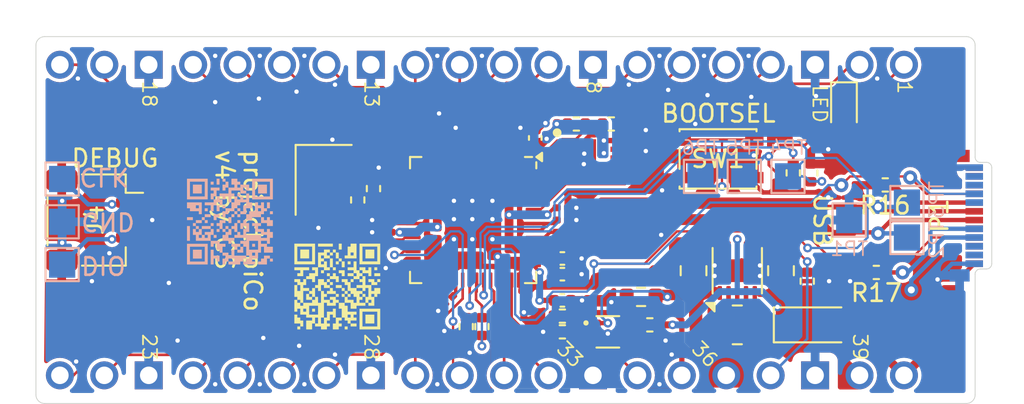
<source format=kicad_pcb>
(kicad_pcb (version 20240108) (generator "pcbnew") (generator_version "8.0")
  (title_block (title "project piCo") (date "2024-08-05") (rev "4") (company "Carlos Sabogal"))
  (layers (0 "F.Cu" signal) (31 "B.Cu" power) (34 "B.Paste" user) (35 "F.Paste" user) (36 "B.SilkS" user "B.Silkscreen") (37 "F.SilkS" user "F.Silkscreen") (38 "B.Mask" user) (39 "F.Mask" user) (44 "Edge.Cuts" user))
  (net 0 "")
  (net 1 "+3V3")
  (net 2 "VS")
  (net 3 "VBUS")
  (net 4 "Net-(U2-LX1)")
  (net 5 "Net-(U2-LX2)")
  (net 6 "Net-(D2-A)")
  (net 7 "ADC_AVDD")
  (net 8 "XIN")
  (net 9 "QSPI_SS")
  (net 10 "QSPI_SD1")
  (net 11 "QSPI_SD2")
  (net 12 "/3V3_EN")
  (net 13 "Net-(P1-CC)")
  (net 15 "Net-(Q1-D)")
  (net 16 "+1V1")
  (net 17 "QSPI_SD0")
  (net 18 "QSPI_SCLK")
  (net 19 "/XR")
  (net 20 "QSPI_SD3")
  (net 21 "GPIO0")
  (net 22 "GPIO1")
  (net 23 "GPIO2")
  (net 24 "GPIO3")
  (net 25 "GPIO4")
  (net 26 "GPIO5")
  (net 27 "GPIO6")
  (net 28 "GPIO7")
  (net 29 "Net-(P1-VCONN)")
  (net 30 "GPIO8")
  (net 31 "GPIO9")
  (net 32 "GPIO10")
  (net 33 "GPIO11")
  (net 34 "GPIO12")
  (net 35 "GPIO13")
  (net 36 "GPIO14")
  (net 37 "GPIO15")
  (net 38 "GPIO16")
  (net 39 "GPIO17")
  (net 40 "GPIO18")
  (net 41 "GPIO19")
  (net 42 "GPIO20")
  (net 43 "GPIO21")
  (net 44 "GPIO22")
  (net 45 "RUN")
  (net 46 "GPIO26_ADC0")
  (net 47 "GPIO27_ADC1")
  (net 48 "GPIO28_ADC2")
  (net 49 "ADC_VREF")
  (net 50 "USB_DP")
  (net 51 "USB_DM")
  (net 52 "SWCLK")
  (net 53 "SWDIO")
  (net 54 "GPIO29_ADC3")
  (net 55 "GND")
  (net 56 "GPIO24")
  (net 57 "GPIO25")
  (net 58 "GPIO23")
  (net 59 "/RP2040/USB_DPX")
  (net 60 "XOUT")
  (net 61 "/RP2040/USB_DMX")
  (net 62 "Net-(SW1-A)")
  (footprint "Fiducial:Fiducial_1mm_Mask2mm" (layer "F.Cu") (at 130.6 109.7 -90)
    (property "Reference" "FID2" (hide yes))
    (property "Value" "Fiducial")
  )
  (footprint "Resistor_SMD:R_0402_1005Metric" (layer "F.Cu") (at 155.85 99 180)
    (property "Reference" "R4" (hide yes))
    (property "Value" "NO-FIT")
  )
  (footprint "Capacitor_SMD:C_0805_2012Metric" (layer "F.Cu") (at 167.55 107.4 90)
    (property "Reference" "C1" (hide yes))
    (property "Value" "47u")
  )
  (footprint "Resistor_SMD:R_0402_1005Metric" (layer "F.Cu") (at 173 107.5 180)
    (property "Reference" "R17")
    (property "Value" "5k1")
  )
  (footprint "Inductor_SMD:L_1008_2520Metric" (layer "F.Cu") (at 165.05 110.5 180)
    (property "Reference" "L1" (hide yes))
    (property "Value" "SRN2512-2R2M")
  )
  (footprint "Resistor_SMD:R_0402_1005Metric" (layer "F.Cu") (at 155.05 110 180)
    (property "Reference" "R9" (hide yes))
    (property "Value" "1R")
  )
  (footprint "Pico_C:CON_PICO_21-40" (layer "F.Cu") (at 150.45 113.39 -90)
    (property "Reference" "J2" (hide yes))
    (property "Value" "~")
  )
  (footprint "Pico_C:SON50P300X200X60-9N" (layer "F.Cu") (at 156.85 100.7)
    (property "Reference" "U3" (hide yes))
    (property "Value" "W25Q16JVUXIQ")
  )
  (footprint "Capacitor_SMD:C_0201_0603Metric" (layer "F.Cu") (at 144.95 104.5 180)
    (property "Reference" "C8" (hide yes))
    (property "Value" "100n")
  )
  (footprint "Resistor_SMD:R_0402_1005Metric" (layer "F.Cu") (at 160.05 110.5)
    (property "Reference" "R5" (hide yes))
    (property "Value" "200k")
  )
  (footprint "Capacitor_SMD:C_0402_1005Metric" (layer "F.Cu") (at 155.05 109.1)
    (property "Reference" "C13" (hide yes))
    (property "Value" "2u2")
  )
  (footprint "Resistor_SMD:R_0402_1005Metric" (layer "F.Cu") (at 169.05 108 -90)
    (property "Reference" "R2" (hide yes))
    (property "Value" "100k")
  )
  (footprint "Button_Switch_SMD:SW_SPST_PTS810" (layer "F.Cu") (at 163.95 101)
    (property "Reference" "SW1")
    (property "Value" "PTS810 SJK 250 SMTR LFS")
  )
  (footprint "Package_TO_SOT_SMD:SOT-523" (layer "F.Cu") (at 157.65 110.9)
    (property "Reference" "Q1" (hide yes))
    (property "Value" "DMG1012T-7")
  )
  (footprint "Resistor_SMD:R_0201_0603Metric" (layer "F.Cu") (at 155.05 105.9 180)
    (property "Reference" "R13" (hide yes))
    (property "Value" "27R")
  )
  (footprint "Resistor_SMD:R_0402_1005Metric" (layer "F.Cu") (at 157.85 99)
    (property "Reference" "R11" (hide yes))
    (property "Value" "1k")
  )
  (footprint "Capacitor_SMD:C_0201_0603Metric" (layer "F.Cu") (at 148.55 109.1 -135)
    (property "Reference" "C6" (hide yes))
    (property "Value" "100n")
  )
  (footprint "Capacitor_SMD:C_0201_0603Metric" (layer "F.Cu") (at 152.65 100 90)
    (property "Reference" "C4" (hide yes))
    (property "Value" "100n")
  )
  (footprint "Capacitor_SMD:C_0201_0603Metric" (layer "F.Cu") (at 144.95 105.2 180)
    (property "Reference" "C9" (hide yes))
    (property "Value" "100n")
  )
  (footprint "Capacitor_SMD:C_0402_1005Metric" (layer "F.Cu") (at 155.05 107.6)
    (property "Reference" "C14" (hide yes))
    (property "Value" "2u2")
  )
  (footprint "Resistor_SMD:R_0402_1005Metric" (layer "F.Cu") (at 143.35 103.35 90)
    (property "Reference" "R14" (hide yes))
    (property "Value" "1k")
  )
  (footprint "Capacitor_SMD:C_0201_0603Metric" (layer "F.Cu") (at 155.05 103.8)
    (property "Reference" "C11" (hide yes))
    (property "Value" "100n")
  )
  (footprint "Resistor_SMD:R_0402_1005Metric" (layer "F.Cu") (at 169.25 101.8 90)
    (property "Reference" "R8" (hide yes))
    (property "Value" "100k")
  )
  (footprint "Resistor_SMD:R_0402_1005Metric" (layer "F.Cu") (at 150.45 110.6 -90)
    (property "Reference" "R10" (hide yes))
    (property "Value" "5k6")
  )
  (footprint "Resistor_SMD:R_0603_1608Metric" (layer "F.Cu") (at 159.55 108.9 180)
    (property "Reference" "R7" (hide yes))
    (property "Value" "200R")
  )
  (footprint "Resistor_SMD:R_0402_1005Metric" (layer "F.Cu") (at 144.25 102.7 -90)
    (property "Reference" "R15" (hide yes))
    (property "Value" "NO-FIT")
  )
  (footprint "Pico_C:CON_PICO_1-20" (layer "F.Cu") (at 150.45 95.61 -90)
    (property "Reference" "J1" (hide yes))
    (property "Value" "~")
  )
  (footprint "Resistor_SMD:R_0402_1005Metric" (layer "F.Cu") (at 168.25 101.8 -90)
    (property "Reference" "R3" (hide yes))
    (property "Value" "470R")
  )
  (footprint "Capacitor_SMD:C_0402_1005Metric" (layer "F.Cu") (at 153.5 99.8 90)
    (property "Reference" "C18" (hide yes))
    (property "Value" "2u2")
  )
  (footprint "Capacitor_SMD:C_0201_0603Metric" (layer "F.Cu") (at 159.85 111.4)
    (property "Reference" "C3" (hide yes))
    (property "Value" "1n")
  )
  (footprint "Capacitor_SMD:C_0201_0603Metric" (layer "F.Cu") (at 141.9 104.5 180)
    (property "Reference" "C17" (hide yes))
    (property "Value" "15p")
  )
  (footprint "Capacitor_SMD:C_0805_2012Metric" (layer "F.Cu") (at 162.55 107.4 90)
    (property "Reference" "C2" (hide yes))
    (property "Value" "47u")
  )
  (footprint "LED_SMD:LED_0603_1608Metric" (layer "F.Cu") (at 171.15 98.1 -90)
    (property "Reference" "D2" (hide yes))
    (property "Value" "LTST-C191KGKT")
  )
  (footprint "Resistor_SMD:R_0402_1005Metric" (layer "F.Cu") (at 173.51 102.49 180)
    (property "Reference" "R16")
    (property "Value" "5k1")
  )
  (footprint "Fiducial:Fiducial_1mm_Mask2mm" (layer "F.Cu") (at 168.35 98.7 -90)
    (property "Reference" "FID1" (hide yes))
    (property "Value" "Fiducial")
  )
  (footprint "Package_DFN_QFN:DFN-10-1EP_2.6x2.6mm_P0.5mm_EP1.3x2.2mm" (layer "F.Cu") (at 165.05 107.4 90)
    (property "Reference" "U2" (hide yes))
    (property "Value" "RT6150B-33GQW")
  )
  (footprint "Resistor_SMD:R_0201_0603Metric" (layer "F.Cu") (at 155.05 105.2 180)
    (property "Reference" "R12" (hide yes))
    (property "Value" "27R")
  )
  (footprint "Capacitor_SMD:C_0201_0603Metric" (layer "F.Cu") (at 148.95 100 90)
    (property "Reference" "C5" (hide yes))
    (property "Value" "100n")
  )
  (footprint "Resistor_SMD:R_0402_1005Metric" (layer "F.Cu") (at 155.05 110.9)
    (property "Reference" "R6" (hide yes))
    (property "Value" "100k")
  )
  (footprint "Crystal:Crystal_SMD_SeikoEpson_FA238-4Pin_3.2x2.5mm" (layer "F.Cu") (at 141.4 102.2 -90)
    (property "Reference" "Y1" (hide yes))
    (property "Value" "ECS-120-8-33-JGN-TR")
  )
  (footprint "Connector_JST:JST_SH_SM03B-SRSS-TB_1x03-1MP_P1.00mm_Horizontal" (layer "F.Cu") (at 128.3 104.5 -90)
    (property "Reference" "J4")
    (property "Value" "SM03B-SRSS-TB")
  )
  (footprint "Capacitor_SMD:C_0201_0603Metric" (layer "F.Cu") (at 155.05 104.5)
    (property "Reference" "C10" (hide yes))
    (property "Value" "100n")
  )
  (footprint "Capacitor_SMD:C_0201_0603Metric" (layer "F.Cu") (at 140.9 99.9)
    (property "Reference" "C16" (hide yes))
    (property "Value" "15p")
  )
  (footprint "Capacitor_SMD:C_0402_1005Metric" (layer "F.Cu") (at 155.05 106.7)
    (property "Reference" "C12" (hide yes))
    (property "Value" "2u2")
  )
  (footprint "Capacitor_SMD:C_0201_0603Metric" (layer "F.Cu") (at 159.5 99.95)
    (property "Reference" "C15" (hide yes))
    (property "Value" "100n")
  )
  (footprint "Package_DFN_QFN:QFN-56-1EP_7x7mm_P0.4mm_EP3.2x3.2mm" (layer "F.Cu") (at 149.95 104.5 -90)
    (property "Reference" "U1" (hide yes))
    (property "Value" "RP2040")
  )
  (footprint "Diode_SMD:D_SOD-123F" (layer "F.Cu") (at 169.35 110.5)
    (property "Reference" "D1" (hide yes))
    (property "Value" "MBR1020VL_R1_00001")
  )
  (footprint "Capacitor_SMD:C_0201_0603Metric" (layer "F.Cu") (at 152.85 109 -90)
    (property "Reference" "C7" (hide yes))
    (property "Value" "100n")
  )
  (footprint "Resistor_SMD:R_0402_1005Metric" (layer "F.Cu") (at 149.55 110.6 90)
    (property "Reference" "R1" (hide yes))
    (property "Value" "10k")
  )
  (footprint "Connector_USB:USB_C_Plug_Molex_105444" (layer "F.Cu") (at 178.64 104.25 -90)
    (property "Reference" "P1")
    (property "Value" "USB_C_Plug_USB2.0")
  )
  (footprint "TestPoint:TestPoint_Pad_1.5x1.5mm" (layer "B.Cu") (at 126.45 102.15 180)
    (property "Reference" "TP7" (hide yes))
    (property "Value" "TestPoint")
  )
  (footprint "TestPoint:TestPoint_Pad_1.5x1.5mm" (layer "B.Cu") (at 126.45 107.05 180)
    (property "Reference" "TP9" (hide yes))
    (property "Value" "TestPoint")
  )
  (footprint "TestPoint:TestPoint_Pad_1.5x1.5mm" (layer "B.Cu") (at 174.75 105.5 180)
    (property "Reference" "TP2")
    (property "Value" "TestPoint")
  )
  (footprint "TestPoint:TestPoint_Pad_1.5x1.5mm" (layer "B.Cu") (at 167.95 102 180)
    (property "Reference" "TP4")
    (property "Value" "TestPoint")
  )
  (footprint "TestPoint:TestPoint_Pad_1.5x1.5mm" (layer "B.Cu") (at 126.45 104.6 180)
    (property "Reference" "TP8" (hide yes))
    (property "Value" "TestPoint")
  )
  (footprint "TestPoint:TestPoint_Pad_1.5x1.5mm" (layer "B.Cu") (at 174.75 103.5 180)
    (property "Reference" "TP3")
    (property "Value" "TestPoint")
  )
  (footprint "TestPoint:TestPoint_Pad_1.5x1.5mm" (layer "B.Cu") (at 165.45 102 180)
    (property "Reference" "TP5")
    (property "Value" "TestPoint")
  )
  (footprint "TestPoint:TestPoint_Pad_1.5x1.5mm" (layer "B.Cu") (at 171.45 104.5 180)
    (property "Reference" "TP1")
    (property "Value" "TestPoint")
  )
  (footprint "TestPoint:TestPoint_Pad_1.5x1.5mm" (layer "B.Cu") (at 162.95 102 180)
    (property "Reference" "TP6")
    (property "Value" "TestPoint")
  )
  (gr_poly (pts (xy 135.111067 106.536066) (xy 135.449733 106.536066) (xy 135.449733 106.874733) (xy 135.2804 106.874733) (xy 135.2804 106.705399) (xy 135.111067 106.705399) (xy 135.111067 107.044066) (xy 134.941733 107.044066) (xy 134.941733 106.197399) (xy 135.111067 106.197399)) (stroke (width -0.000001)) (fill solid) (layer "B.SilkS"))
  (gr_poly (pts (xy 135.111067 102.472066) (xy 134.941733 102.472066) (xy 134.941733 102.302733) (xy 135.111067 102.302733)) (stroke (width -0.000001)) (fill solid) (layer "B.SilkS"))
  (gr_poly (pts (xy 135.7884 102.302733) (xy 135.619067 102.302733) (xy 135.619067 102.1334) (xy 135.7884 102.1334)) (stroke (width -0.000001)) (fill solid) (layer "B.SilkS"))
  (gr_poly (pts (xy 134.095067 105.181399) (xy 134.2644 105.181399) (xy 134.2644 105.012066) (xy 134.433733 105.012066) (xy 134.433733 105.350733) (xy 134.603067 105.350733) (xy 134.603067 105.181399) (xy 134.941733 105.181399) (xy 134.941733 105.012066) (xy 135.111067 105.012066) (xy 135.111067 105.350733) (xy 134.941733 105.350733) (xy 134.941733 105.6894) (xy 134.095067 105.6894) (xy 134.095067 105.520066) (xy 134.2644 105.520066) (xy 134.433733 105.520066) (xy 134.603067 105.520066) (xy 134.7724 105.520066) (xy 134.7724 105.350733) (xy 134.603067 105.350733) (xy 134.603067 105.520066) (xy 134.433733 105.520066) (xy 134.433733 105.350733) (xy 134.2644 105.350733) (xy 134.2644 105.520066) (xy 134.095067 105.520066) (xy 134.095067 105.350733) (xy 133.925733 105.350733) (xy 133.925733 105.012066) (xy 134.095067 105.012066)) (stroke (width -0.000001)) (fill solid) (layer "B.SilkS"))
  (gr_poly (pts (xy 138.497733 104.1654) (xy 138.3284 104.1654) (xy 138.3284 103.996066) (xy 138.497733 103.996066)) (stroke (width -0.000001)) (fill solid) (layer "B.SilkS"))
  (gr_poly (pts (xy 134.095067 104.842733) (xy 133.925733 104.842733) (xy 133.925733 104.673399) (xy 134.095067 104.673399)) (stroke (width -0.000001)) (fill solid) (layer "B.SilkS"))
  (gr_poly (pts (xy 135.449733 103.996066) (xy 135.2804 103.996066) (xy 135.2804 103.6574) (xy 135.449733 103.6574)) (stroke (width -0.000001)) (fill solid) (layer "B.SilkS"))
  (gr_poly (pts (xy 136.8044 106.366733) (xy 136.465733 106.366733) (xy 136.465733 106.197399) (xy 136.635066 106.197399) (xy 136.635066 106.028066) (xy 136.8044 106.028066)) (stroke (width -0.000001)) (fill solid) (layer "B.SilkS"))
  (gr_poly (pts (xy 134.7724 104.673399) (xy 134.603067 104.673399) (xy 134.603067 104.504066) (xy 134.7724 104.504066)) (stroke (width -0.000001)) (fill solid) (layer "B.SilkS"))
  (gr_poly (pts (xy 134.7724 103.996066) (xy 134.603067 103.996066) (xy 134.603067 103.826733) (xy 134.7724 103.826733)) (stroke (width -0.000001)) (fill solid) (layer "B.SilkS"))
  (gr_poly (pts (xy 135.7884 103.826733) (xy 135.619067 103.826733) (xy 135.619067 103.6574) (xy 135.7884 103.6574)) (stroke (width -0.000001)) (fill solid) (layer "B.SilkS"))
  (gr_poly (pts (xy 136.2964 106.536066) (xy 136.973733 106.536066) (xy 136.973733 106.705399) (xy 136.8044 106.705399) (xy 136.8044 106.874733) (xy 136.635066 106.874733) (xy 136.635066 107.044066) (xy 135.957733 107.044066) (xy 135.957733 106.874733) (xy 136.2964 106.874733) (xy 136.2964 106.705399) (xy 135.957733 106.705399) (xy 135.957733 106.874733) (xy 135.7884 106.874733) (xy 135.7884 107.044066) (xy 135.619067 107.044066) (xy 135.619067 106.705399) (xy 135.7884 106.705399) (xy 135.7884 106.536066) (xy 135.619067 106.536066) (xy 135.619067 106.366733) (xy 135.957733 106.366733) (xy 135.957733 106.536066) (xy 136.127066 106.536066) (xy 136.127066 106.197399) (xy 136.2964 106.197399)) (stroke (width -0.000001)) (fill solid) (layer "B.SilkS"))
  (gr_poly (pts (xy 135.2804 105.520066) (xy 135.111067 105.520066) (xy 135.111067 105.350733) (xy 135.2804 105.350733)) (stroke (width -0.000001)) (fill solid) (layer "B.SilkS"))
  (gr_poly (pts (xy 136.127066 105.350733) (xy 135.957733 105.350733) (xy 135.957733 105.520066) (xy 136.2964 105.520066) (xy 136.2964 105.6894) (xy 136.127066 105.6894) (xy 136.127066 105.858733) (xy 135.957733 105.858733) (xy 135.957733 105.6894) (xy 135.619067 105.6894) (xy 135.619067 105.350733) (xy 135.7884 105.350733) (xy 135.7884 105.181399) (xy 135.957733 105.181399) (xy 135.957733 105.012066) (xy 136.127066 105.012066)) (stroke (width -0.000001)) (fill solid) (layer "B.SilkS"))
  (gr_poly (pts (xy 138.497733 106.874733) (xy 138.3284 106.874733) (xy 138.3284 106.705399) (xy 138.497733 106.705399)) (stroke (width -0.000001)) (fill solid) (layer "B.SilkS"))
  (gr_poly (pts (xy 134.603067 104.504066) (xy 134.433733 104.504066) (xy 134.433733 104.334733) (xy 134.603067 104.334733)) (stroke (width -0.000001)) (fill solid) (layer "B.SilkS"))
  (gr_poly (pts (xy 135.449733 104.334733) (xy 135.2804 104.334733) (xy 135.2804 104.504066) (xy 135.111067 104.504066) (xy 135.111067 104.1654) (xy 135.449733 104.1654)) (stroke (width -0.000001)) (fill solid) (layer "B.SilkS"))
  (gr_poly (pts (xy 138.159066 102.980066) (xy 137.651066 102.980066) (xy 137.651066 102.472066) (xy 138.159066 102.472066)) (stroke (width -0.000001)) (fill solid) (layer "B.SilkS"))
  (gr_poly (pts (xy 137.481733 106.028066) (xy 137.3124 106.028066) (xy 137.3124 105.858733) (xy 137.481733 105.858733)) (stroke (width -0.000001)) (fill solid) (layer "B.SilkS"))
  (gr_poly (pts (xy 134.941733 104.334733) (xy 134.603067 104.334733) (xy 134.603067 104.1654) (xy 134.941733 104.1654)) (stroke (width -0.000001)) (fill solid) (layer "B.SilkS"))
  (gr_poly (pts (xy 135.111067 104.842733) (xy 134.941733 104.842733) (xy 134.941733 104.673399) (xy 135.111067 104.673399)) (stroke (width -0.000001)) (fill solid) (layer "B.SilkS"))
  (gr_poly (pts (xy 135.449733 102.810733) (xy 135.2804 102.810733) (xy 135.2804 103.1494) (xy 135.111067 103.1494) (xy 135.111067 103.318733) (xy 134.941733 103.318733) (xy 134.941733 102.980066) (xy 135.111067 102.980066) (xy 135.111067 102.810733) (xy 134.941733 102.810733) (xy 134.941733 102.6414) (xy 135.449733 102.6414)) (stroke (width -0.000001)) (fill solid) (layer "B.SilkS"))
  (gr_poly (pts (xy 134.7724 103.318733) (xy 133.587067 103.318733) (xy 133.587067 103.1494) (xy 133.7564 103.1494) (xy 134.603067 103.1494) (xy 134.603067 102.302733) (xy 133.7564 102.302733) (xy 133.7564 103.1494) (xy 133.587067 103.1494) (xy 133.587067 102.1334) (xy 134.7724 102.1334)) (stroke (width -0.000001)) (fill solid) (layer "B.SilkS"))
  (gr_poly (pts (xy 136.635066 106.028066) (xy 136.465733 106.028066) (xy 136.465733 106.197399) (xy 136.2964 106.197399) (xy 136.2964 106.028066) (xy 136.127066 106.028066) (xy 136.127066 105.858733) (xy 136.635066 105.858733)) (stroke (width -0.000001)) (fill solid) (layer "B.SilkS"))
  (gr_poly (pts (xy 135.957733 105.012066) (xy 135.7884 105.012066) (xy 135.7884 104.842733) (xy 135.957733 104.842733)) (stroke (width -0.000001)) (fill solid) (layer "B.SilkS"))
  (gr_poly (pts (xy 134.433733 106.705399) (xy 133.925733 106.705399) (xy 133.925733 106.197399) (xy 134.433733 106.197399)) (stroke (width -0.000001)) (fill solid) (layer "B.SilkS"))
  (gr_poly (pts (xy 137.651066 103.6574) (xy 137.8204 103.6574) (xy 137.8204 103.488066) (xy 137.989733 103.488066) (xy 137.989733 103.826733) (xy 138.159066 103.826733) (xy 138.159066 103.996066) (xy 137.989733 103.996066) (xy 137.989733 104.1654) (xy 137.8204 104.1654) (xy 137.8204 104.334733) (xy 137.3124 104.334733) (xy 137.3124 104.504066) (xy 136.973733 104.504066) (xy 136.973733 104.1654) (xy 137.143067 104.1654) (xy 137.143067 103.996066) (xy 137.481733 103.996066) (xy 137.651066 103.996066) (xy 137.8204 103.996066) (xy 137.8204 103.826733) (xy 137.651066 103.826733) (xy 137.651066 103.996066) (xy 137.481733 103.996066) (xy 137.481733 103.488066) (xy 137.651066 103.488066)) (stroke (width -0.000001)) (fill solid) (layer "B.SilkS"))
  (gr_poly (pts (xy 136.127066 104.673399) (xy 135.957733 104.673399) (xy 135.957733 104.334733) (xy 136.127066 104.334733)) (stroke (width -0.000001)) (fill solid) (layer "B.SilkS"))
  (gr_poly (pts (xy 136.635066 103.1494) (xy 136.465733 103.1494) (xy 136.465733 102.980066) (xy 136.635066 102.980066)) (stroke (width -0.000001)) (fill solid) (layer "B.SilkS"))
  (gr_poly (pts (xy 133.925733 104.504066) (xy 133.587067 104.504066) (xy 133.587067 104.334733) (xy 133.925733 104.334733)) (stroke (width -0.000001)) (fill solid) (layer "B.SilkS"))
  (gr_poly (pts (xy 135.7884 104.673399) (xy 135.619067 104.673399) (xy 135.619067 105.012066) (xy 135.449733 105.012066) (xy 135.449733 104.842733) (xy 135.2804 104.842733) (xy 135.2804 104.673399) (xy 135.449733 104.673399) (xy 135.449733 104.504066) (xy 135.7884 104.504066)) (stroke (width -0.000001)) (fill solid) (layer "B.SilkS"))
  (gr_poly (pts (xy 135.449733 102.472066) (xy 135.2804 102.472066) (xy 135.2804 102.1334) (xy 135.449733 102.1334)) (stroke (width -0.000001)) (fill solid) (layer "B.SilkS"))
  (gr_poly (pts (xy 138.497733 103.318733) (xy 137.3124 103.318733) (xy 137.3124 103.1494) (xy 137.481733 103.1494) (xy 138.3284 103.1494) (xy 138.3284 102.302733) (xy 137.481733 102.302733) (xy 137.481733 103.1494) (xy 137.3124 103.1494) (xy 137.3124 102.1334) (xy 138.497733 102.1334)) (stroke (width -0.000001)) (fill solid) (layer "B.SilkS"))
  (gr_poly (pts (xy 138.3284 106.705399) (xy 138.159066 106.705399) (xy 138.159066 107.044066) (xy 137.651066 107.044066) (xy 137.651066 106.874733) (xy 137.8204 106.874733) (xy 137.8204 106.705399) (xy 137.989733 106.705399) (xy 137.989733 106.536066) (xy 138.3284 106.536066)) (stroke (width -0.000001)) (fill solid) (layer "B.SilkS"))
  (gr_poly (pts (xy 134.7724 107.044066) (xy 133.587067 107.044066) (xy 133.587067 106.874733) (xy 133.7564 106.874733) (xy 134.603067 106.874733) (xy 134.603067 106.028066) (xy 133.7564 106.028066) (xy 133.7564 106.874733) (xy 133.587067 106.874733) (xy 133.587067 105.858733) (xy 134.7724 105.858733)) (stroke (width -0.000001)) (fill solid) (layer "B.SilkS"))
  (gr_poly (pts (xy 135.449733 105.181399) (xy 135.2804 105.181399) (xy 135.2804 105.012066) (xy 135.449733 105.012066)) (stroke (width -0.000001)) (fill solid) (layer "B.SilkS"))
  (gr_poly (pts (xy 136.635066 104.673399) (xy 136.465733 104.673399) (xy 136.465733 104.504066) (xy 136.635066 104.504066)) (stroke (width -0.000001)) (fill solid) (layer "B.SilkS"))
  (gr_poly (pts (xy 137.143067 103.488066) (xy 137.3124 103.488066) (xy 137.3124 103.826733) (xy 136.973733 103.826733) (xy 136.973733 104.1654) (xy 136.635066 104.1654) (xy 136.635066 103.996066) (xy 136.8044 103.996066) (xy 136.8044 103.6574) (xy 136.973733 103.6574) (xy 136.973733 103.488066) (xy 136.635066 103.488066) (xy 136.635066 103.6574) (xy 136.465733 103.6574) (xy 136.465733 103.826733) (xy 136.2964 103.826733) (xy 136.2964 103.996066) (xy 135.957733 103.996066) (xy 135.957733 104.1654) (xy 135.7884 104.1654) (xy 135.7884 104.334733) (xy 135.619067 104.334733) (xy 135.619067 103.996066) (xy 135.7884 103.996066) (xy 135.7884 103.826733) (xy 136.127066 103.826733) (xy 136.127066 103.488066) (xy 136.2964 103.488066) (xy 136.2964 103.1494) (xy 136.465733 103.1494) (xy 136.465733 103.318733) (xy 136.635066 103.318733) (xy 136.635066 103.1494) (xy 136.8044 103.1494) (xy 136.8044 103.318733) (xy 136.973733 103.318733) (xy 136.973733 102.980066) (xy 137.143067 102.980066)) (stroke (width -0.000001)) (fill solid) (layer "B.SilkS"))
  (gr_poly (pts (xy 134.2644 105.012066) (xy 134.095067 105.012066) (xy 134.095067 104.842733) (xy 134.2644 104.842733)) (stroke (width -0.000001)) (fill solid) (layer "B.SilkS"))
  (gr_poly (pts (xy 135.7884 105.181399) (xy 135.619067 105.181399) (xy 135.619067 105.012066) (xy 135.7884 105.012066)) (stroke (width -0.000001)) (fill solid) (layer "B.SilkS"))
  (gr_poly (pts (xy 136.973733 104.673399) (xy 137.143067 104.673399) (xy 137.143067 105.181399) (xy 136.973733 105.181399) (xy 136.973733 105.350733) (xy 137.8204 105.350733) (xy 137.8204 105.181399) (xy 137.481733 105.181399) (xy 137.481733 104.842733) (xy 137.3124 104.842733) (xy 137.3124 104.673399) (xy 137.8204 104.673399) (xy 137.8204 104.842733) (xy 137.651066 104.842733) (xy 137.651066 105.012066) (xy 137.989733 105.012066) (xy 137.989733 105.181399) (xy 138.159066 105.181399) (xy 138.159066 105.012066) (xy 138.3284 105.012066) (xy 138.3284 105.181399) (xy 138.497733 105.181399) (xy 138.497733 105.520066) (xy 138.3284 105.520066) (xy 138.3284 105.858733) (xy 138.159066 105.858733) (xy 138.159066 106.028066) (xy 138.497733 106.028066) (xy 138.497733 106.366733) (xy 137.989733 106.366733) (xy 137.989733 106.028066) (xy 137.8204 106.028066) (xy 137.8204 106.366733) (xy 137.651066 106.366733) (xy 137.651066 106.705399) (xy 137.3124 106.705399) (xy 137.3124 106.874733) (xy 137.481733 106.874733) (xy 137.481733 107.044066) (xy 136.8044 107.044066) (xy 136.8044 106.874733) (xy 136.973733 106.874733) (xy 136.973733 106.705399) (xy 137.143067 106.705399) (xy 137.143067 106.536066) (xy 137.3124 106.536066) (xy 137.481733 106.536066) (xy 137.481733 106.366733) (xy 137.3124 106.366733) (xy 137.3124 106.536066) (xy 137.143067 106.536066) (xy 136.973733 106.536066) (xy 136.973733 106.197399) (xy 137.143067 106.197399) (xy 137.651066 106.197399) (xy 137.651066 105.858733) (xy 137.8204 105.858733) (xy 138.159066 105.858733) (xy 138.159066 105.6894) (xy 137.8204 105.6894) (xy 137.8204 105.858733) (xy 137.651066 105.858733) (xy 137.651066 105.6894) (xy 137.143067 105.6894) (xy 137.143067 106.197399) (xy 136.973733 106.197399) (xy 136.973733 106.028066) (xy 136.8044 106.028066) (xy 136.8044 105.858733) (xy 136.635066 105.858733) (xy 136.635066 105.6894) (xy 136.973733 105.6894) (xy 136.973733 105.520066) (xy 137.8204 105.520066) (xy 138.159066 105.520066) (xy 138.159066 105.350733) (xy 137.8204 105.350733) (xy 137.8204 105.520066) (xy 136.973733 105.520066) (xy 136.2964 105.520066) (xy 136.2964 105.350733) (xy 136.465733 105.350733) (xy 136.465733 105.181399) (xy 136.635066 105.181399) (xy 136.635066 105.350733) (xy 136.8044 105.350733) (xy 136.8044 105.012066) (xy 136.973733 105.012066) (xy 136.973733 104.842733) (xy 136.8044 104.842733) (xy 136.8044 105.012066) (xy 136.635066 105.012066) (xy 136.635066 104.673399) (xy 136.8044 104.673399) (xy 136.8044 104.504066) (xy 136.973733 104.504066)) (stroke (width -0.000001)) (fill solid) (layer "B.SilkS"))
  (gr_poly (pts (xy 138.3284 103.826733) (xy 138.159066 103.826733) (xy 138.159066 103.488066) (xy 138.3284 103.488066)) (stroke (width -0.000001)) (fill solid) (layer "B.SilkS"))
  (gr_poly (pts (xy 134.433733 104.673399) (xy 134.095067 104.673399) (xy 134.095067 104.504066) (xy 134.433733 104.504066)) (stroke (width -0.000001)) (fill solid) (layer "B.SilkS"))
  (gr_poly (pts (xy 135.449733 103.318733) (xy 135.619067 103.318733) (xy 135.619067 103.6574) (xy 135.449733 103.6574) (xy 135.449733 103.488066) (xy 135.2804 103.488066) (xy 135.2804 103.6574) (xy 135.111067 103.6574) (xy 135.111067 103.996066) (xy 134.941733 103.996066) (xy 134.941733 103.6574) (xy 134.603067 103.6574) (xy 134.603067 103.488066) (xy 135.111067 103.488066) (xy 135.111067 103.318733) (xy 135.2804 103.318733) (xy 135.2804 103.1494) (xy 135.449733 103.1494)) (stroke (width -0.000001)) (fill solid) (layer "B.SilkS"))
  (gr_poly (pts (xy 136.465733 104.1654) (xy 136.2964 104.1654) (xy 136.2964 103.996066) (xy 136.465733 103.996066)) (stroke (width -0.000001)) (fill solid) (layer "B.SilkS"))
  (gr_poly (pts (xy 137.989733 104.504066) (xy 138.159066 104.504066) (xy 138.159066 104.334733) (xy 138.3284 104.334733) (xy 138.3284 104.504066) (xy 138.497733 104.504066) (xy 138.497733 104.842733) (xy 138.159066 104.842733) (xy 138.159066 104.673399) (xy 137.8204 104.673399) (xy 137.8204 104.334733) (xy 137.989733 104.334733)) (stroke (width -0.000001)) (fill solid) (layer "B.SilkS"))
  (gr_poly (pts (xy 136.465733 102.302733) (xy 136.635066 102.302733) (xy 136.635066 102.472066) (xy 136.465733 102.472066) (xy 136.465733 102.6414) (xy 136.635066 102.6414) (xy 136.635066 102.472066) (xy 137.143067 102.472066) (xy 137.143067 102.810733) (xy 136.973733 102.810733) (xy 136.973733 102.980066) (xy 136.635066 102.980066) (xy 136.635066 102.810733) (xy 136.8044 102.810733) (xy 136.973733 102.810733) (xy 136.973733 102.6414) (xy 136.8044 102.6414) (xy 136.8044 102.810733) (xy 136.635066 102.810733) (xy 136.127066 102.810733) (xy 136.127066 102.980066) (xy 136.2964 102.980066) (xy 136.2964 103.1494) (xy 136.127066 103.1494) (xy 136.127066 103.488066) (xy 135.957733 103.488066) (xy 135.957733 103.1494) (xy 135.7884 103.1494) (xy 135.7884 103.318733) (xy 135.619067 103.318733) (xy 135.619067 103.1494) (xy 135.449733 103.1494) (xy 135.449733 102.980066) (xy 135.957733 102.980066) (xy 135.957733 102.6414) (xy 136.2964 102.6414) (xy 136.2964 102.472066) (xy 136.127066 102.472066) (xy 136.127066 102.1334) (xy 136.465733 102.1334)) (stroke (width -0.000001)) (fill solid) (layer "B.SilkS"))
  (gr_poly (pts (xy 134.433733 102.980066) (xy 133.925733 102.980066) (xy 133.925733 102.472066) (xy 134.433733 102.472066)) (stroke (width -0.000001)) (fill solid) (layer "B.SilkS"))
  (gr_poly (pts (xy 136.635066 103.996066) (xy 136.465733 103.996066) (xy 136.465733 103.826733) (xy 136.635066 103.826733)) (stroke (width -0.000001)) (fill solid) (layer "B.SilkS"))
  (gr_poly (pts (xy 133.7564 105.6894) (xy 133.587067 105.6894) (xy 133.587067 104.842733) (xy 133.7564 104.842733)) (stroke (width -0.000001)) (fill solid) (layer "B.SilkS"))
  (gr_poly (pts (xy 136.635066 104.334733) (xy 136.465733 104.334733) (xy 136.465733 104.1654) (xy 136.635066 104.1654)) (stroke (width -0.000001)) (fill solid) (layer "B.SilkS"))
  (gr_poly (pts (xy 134.433733 104.1654) (xy 134.2644 104.1654) (xy 134.2644 103.996066) (xy 133.7564 103.996066) (xy 133.7564 103.826733) (xy 134.095067 103.826733) (xy 134.2644 103.826733) (xy 134.2644 103.6574) (xy 134.095067 103.6574) (xy 134.095067 103.826733) (xy 133.7564 103.826733) (xy 133.587067 103.826733) (xy 133.587067 103.488066) (xy 134.433733 103.488066)) (stroke (width -0.000001)) (fill solid) (layer "B.SilkS"))
  (gr_poly (pts (xy 136.2964 104.334733) (xy 136.127066 104.334733) (xy 136.127066 104.1654) (xy 136.2964 104.1654)) (stroke (width -0.000001)) (fill solid) (layer "B.SilkS"))
  (gr_poly (pts (xy 135.449733 105.858733) (xy 135.7884 105.858733) (xy 135.7884 106.028066) (xy 135.619067 106.028066) (xy 135.619067 106.366733) (xy 135.449733 106.366733) (xy 135.449733 106.197399) (xy 135.2804 106.197399) (xy 135.2804 105.858733) (xy 135.111067 105.858733) (xy 135.111067 106.028066) (xy 134.941733 106.028066) (xy 134.941733 105.6894) (xy 135.449733 105.6894)) (stroke (width -0.000001)) (fill solid) (layer "B.SilkS"))
  (gr_poly (pts (xy 135.957733 102.6414) (xy 135.7884 102.6414) (xy 135.7884 102.810733) (xy 135.619067 102.810733) (xy 135.619067 102.472066) (xy 135.7884 102.472066) (xy 135.7884 102.302733) (xy 135.957733 102.302733)) (stroke (width -0.000001)) (fill solid) (layer "B.SilkS"))
  (gr_poly (pts (xy 136.465733 105.181399) (xy 136.2964 105.181399) (xy 136.2964 105.012066) (xy 136.127066 105.012066) (xy 136.127066 104.842733) (xy 136.2964 104.842733) (xy 136.2964 104.673399) (xy 136.465733 104.673399)) (stroke (width -0.000001)) (fill solid) (layer "B.SilkS"))
  (gr_poly (pts (xy 134.941733 105.012066) (xy 134.433733 105.012066) (xy 134.433733 104.842733) (xy 134.941733 104.842733)) (stroke (width -0.000001)) (fill solid) (layer "B.SilkS"))
  (gr_poly (pts (xy 140.402733 109.0676) (xy 140.402733 108.728933) (xy 140.572067 108.728933) (xy 140.572067 108.898266) (xy 140.7414 108.898266) (xy 140.7414 109.0676)) (stroke (width -0.000001)) (fill solid) (layer "F.SilkS"))
  (gr_poly (pts (xy 143.958733 107.712933) (xy 143.958733 107.5436) (xy 143.620066 107.5436) (xy 143.620066 107.374267) (xy 143.450733 107.374267) (xy 143.450733 107.204933) (xy 143.7894 107.204933) (xy 143.7894 107.374267) (xy 143.958733 107.374267) (xy 143.958733 107.204933) (xy 144.128066 107.204933) (xy 144.128066 107.712933)) (stroke (width -0.000001)) (fill solid) (layer "F.SilkS"))
  (gr_poly (pts (xy 142.434733 107.204933) (xy 142.434733 106.866267) (xy 142.604066 106.866267) (xy 142.604066 107.204933)) (stroke (width -0.000001)) (fill solid) (layer "F.SilkS"))
  (gr_poly (pts (xy 140.2334 108.5596) (xy 140.2334 109.236933) (xy 140.064067 109.236933) (xy 140.064067 109.0676) (xy 139.894733 109.0676) (xy 139.894733 108.898266) (xy 139.7254 108.898266) (xy 139.7254 108.220933) (xy 139.894733 108.220933) (xy 139.894733 108.5596) (xy 140.064067 108.5596) (xy 140.064067 108.220933) (xy 139.894733 108.220933) (xy 139.894733 108.0516) (xy 139.7254 108.0516) (xy 139.7254 107.882267) (xy 140.064067 107.882267) (xy 140.064067 108.0516) (xy 140.2334 108.0516) (xy 140.2334 107.882267) (xy 140.402733 107.882267) (xy 140.402733 108.220933) (xy 140.2334 108.220933) (xy 140.2334 108.390266) (xy 140.572067 108.390266) (xy 140.572067 108.5596)) (stroke (width -0.000001)) (fill solid) (layer "F.SilkS"))
  (gr_poly (pts (xy 142.096067 106.696933) (xy 142.096067 106.358267) (xy 142.2654 106.358267) (xy 142.2654 106.696933)) (stroke (width -0.000001)) (fill solid) (layer "F.SilkS"))
  (gr_poly (pts (xy 142.096067 107.0356) (xy 142.096067 106.866267) (xy 142.2654 106.866267) (xy 142.2654 107.0356)) (stroke (width -0.000001)) (fill solid) (layer "F.SilkS"))
  (gr_poly (pts (xy 141.588067 108.0516) (xy 141.588067 107.882267) (xy 141.7574 107.882267) (xy 141.7574 108.0516)) (stroke (width -0.000001)) (fill solid) (layer "F.SilkS"))
  (gr_poly (pts (xy 143.112066 109.914266) (xy 143.112066 110.0836) (xy 143.2814 110.0836) (xy 143.2814 110.252933) (xy 142.942733 110.252933) (xy 142.942733 110.422266) (xy 142.7734 110.422266) (xy 142.7734 110.252933) (xy 142.604066 110.252933) (xy 142.604066 110.0836) (xy 142.434733 110.0836) (xy 142.434733 109.5756) (xy 142.2654 109.5756) (xy 142.2654 109.236933) (xy 142.604066 109.236933) (xy 142.604066 109.406267) (xy 142.7734 109.406267) (xy 142.7734 109.744933) (xy 142.7734 109.914266) (xy 142.7734 110.0836) (xy 142.942733 110.0836) (xy 142.942733 109.914266) (xy 142.7734 109.914266) (xy 142.7734 109.744933) (xy 143.2814 109.744933) (xy 143.2814 109.914266)) (stroke (width -0.000001)) (fill solid) (layer "F.SilkS"))
  (gr_poly (pts (xy 142.942733 108.0516) (xy 142.942733 107.882267) (xy 143.112066 107.882267) (xy 143.112066 108.0516)) (stroke (width -0.000001)) (fill solid) (layer "F.SilkS"))
  (gr_poly (pts (xy 141.080066 106.0196) (xy 141.080066 105.850267) (xy 141.926733 105.850267) (xy 141.926733 106.0196)) (stroke (width -0.000001)) (fill solid) (layer "F.SilkS"))
  (gr_poly (pts (xy 142.7734 107.0356) (xy 142.7734 106.866267) (xy 142.942733 106.866267) (xy 142.942733 107.0356)) (stroke (width -0.000001)) (fill solid) (layer "F.SilkS"))
  (gr_poly (pts (xy 139.894733 110.760933) (xy 139.894733 110.5916) (xy 140.064067 110.5916) (xy 140.064067 110.760933)) (stroke (width -0.000001)) (fill solid) (layer "F.SilkS"))
  (gr_poly (pts (xy 141.588067 108.728933) (xy 141.588067 108.5596) (xy 141.7574 108.5596) (xy 141.7574 108.390266) (xy 141.926733 108.390266) (xy 141.926733 108.5596) (xy 142.096067 108.5596) (xy 142.096067 108.728933)) (stroke (width -0.000001)) (fill solid) (layer "F.SilkS"))
  (gr_poly (pts (xy 140.7414 109.744933) (xy 140.7414 109.5756) (xy 140.910733 109.5756) (xy 140.910733 109.744933)) (stroke (width -0.000001)) (fill solid) (layer "F.SilkS"))
  (gr_poly (pts (xy 143.450733 110.760933) (xy 143.450733 109.5756) (xy 143.620066 109.5756) (xy 143.620066 109.744933) (xy 143.620066 110.5916) (xy 144.466733 110.5916) (xy 144.466733 109.744933) (xy 143.620066 109.744933) (xy 143.620066 109.5756) (xy 144.636066 109.5756) (xy 144.636066 110.760933)) (stroke (width -0.000001)) (fill solid) (layer "F.SilkS"))
  (gr_poly (pts (xy 141.7574 108.220933) (xy 141.7574 108.0516) (xy 141.926733 108.0516) (xy 141.926733 108.220933)) (stroke (width -0.000001)) (fill solid) (layer "F.SilkS"))
  (gr_poly (pts (xy 142.096067 108.390266) (xy 142.096067 108.220933) (xy 142.434733 108.220933) (xy 142.434733 108.390266)) (stroke (width -0.000001)) (fill solid) (layer "F.SilkS"))
  (gr_poly (pts (xy 142.434733 108.5596) (xy 142.434733 108.390266) (xy 142.604066 108.390266) (xy 142.604066 108.5596)) (stroke (width -0.000001)) (fill solid) (layer "F.SilkS"))
  (gr_poly (pts (xy 141.418733 108.390266) (xy 141.418733 108.220933) (xy 141.2494 108.220933) (xy 141.2494 108.5596) (xy 141.080066 108.5596) (xy 141.080066 108.390266) (xy 140.910733 108.390266) (xy 140.910733 108.220933) (xy 141.080066 108.220933) (xy 141.080066 107.882267) (xy 141.418733 107.882267) (xy 141.418733 108.0516) (xy 141.588067 108.0516) (xy 141.588067 108.220933) (xy 141.7574 108.220933) (xy 141.7574 108.390266)) (stroke (width -0.000001)) (fill solid) (layer "F.SilkS"))
  (gr_poly (pts (xy 140.2334 107.374267) (xy 140.2334 107.712933) (xy 139.894733 107.712933) (xy 139.894733 107.5436) (xy 140.064067 107.5436) (xy 140.064067 107.374267) (xy 139.7254 107.374267) (xy 139.7254 107.204933) (xy 140.572067 107.204933) (xy 140.572067 107.374267)) (stroke (width -0.000001)) (fill solid) (layer "F.SilkS"))
  (gr_poly (pts (xy 142.2654 106.866267) (xy 142.2654 106.696933) (xy 142.434733 106.696933) (xy 142.434733 106.866267)) (stroke (width -0.000001)) (fill solid) (layer "F.SilkS"))
  (gr_poly (pts (xy 143.2814 109.406267) (xy 143.2814 109.5756) (xy 142.942733 109.5756) (xy 142.942733 109.236933) (xy 142.604066 109.236933) (xy 142.604066 108.898266) (xy 142.7734 108.898266) (xy 142.7734 109.0676) (xy 143.112066 109.0676) (xy 143.112066 109.236933) (xy 143.2814 109.236933) (xy 143.2814 108.898266) (xy 143.112066 108.898266) (xy 143.112066 108.728933) (xy 142.942733 108.728933) (xy 142.942733 108.5596) (xy 142.7734 108.5596) (xy 142.7734 108.220933) (xy 142.604066 108.220933) (xy 142.604066 108.0516) (xy 142.434733 108.0516) (xy 142.434733 107.882267) (xy 142.7734 107.882267) (xy 142.7734 108.0516) (xy 142.942733 108.0516) (xy 142.942733 108.390266) (xy 143.2814 108.390266) (xy 143.2814 108.5596) (xy 143.620066 108.5596) (xy 143.620066 108.728933) (xy 143.450733 108.728933) (xy 143.450733 108.898266) (xy 143.620066 108.898266) (xy 143.620066 109.0676) (xy 143.450733 109.0676) (xy 143.450733 109.236933) (xy 143.7894 109.236933) (xy 143.7894 109.406267)) (stroke (width -0.000001)) (fill solid) (layer "F.SilkS"))
  (gr_poly (pts (xy 140.064067 110.5916) (xy 140.064067 110.422266) (xy 139.7254 110.422266) (xy 139.7254 109.914266) (xy 139.894733 109.914266) (xy 139.894733 110.0836) (xy 140.064067 110.0836) (xy 140.064067 110.252933) (xy 140.2334 110.252933) (xy 140.2334 110.5916)) (stroke (width -0.000001)) (fill solid) (layer "F.SilkS"))
  (gr_poly (pts (xy 143.7894 110.422266) (xy 143.7894 109.914266) (xy 144.2974 109.914266) (xy 144.2974 110.422266)) (stroke (width -0.000001)) (fill solid) (layer "F.SilkS"))
  (gr_poly (pts (xy 142.604066 110.760933) (xy 142.604066 110.5916) (xy 142.7734 110.5916) (xy 142.7734 110.760933)) (stroke (width -0.000001)) (fill solid) (layer "F.SilkS"))
  (gr_poly (pts (xy 140.910733 107.712933) (xy 140.910733 108.0516) (xy 140.7414 108.0516) (xy 140.7414 107.882267) (xy 140.402733 107.882267) (xy 140.402733 107.712933) (xy 140.572067 107.712933) (xy 140.572067 107.5436) (xy 140.910733 107.5436) (xy 140.910733 107.374267) (xy 140.7414 107.374267) (xy 140.7414 107.204933) (xy 141.080066 107.204933) (xy 141.080066 107.712933)) (stroke (width -0.000001)) (fill solid) (layer "F.SilkS"))
  (gr_poly (pts (xy 140.064067 106.696933) (xy 140.064067 106.188933) (xy 140.572067 106.188933) (xy 140.572067 106.696933)) (stroke (width -0.000001)) (fill solid) (layer "F.SilkS"))
  (gr_poly (pts (xy 144.2974 107.374267) (xy 144.2974 107.204933) (xy 144.466733 107.204933) (xy 144.466733 107.374267)) (stroke (width -0.000001)) (fill solid) (layer "F.SilkS"))
  (gr_poly (pts (xy 142.2654 106.188933) (xy 142.2654 105.850267) (xy 142.434733 105.850267) (xy 142.434733 106.188933)) (stroke (width -0.000001)) (fill solid) (layer "F.SilkS"))
  (gr_poly (pts (xy 143.7894 106.696933) (xy 143.7894 106.188933) (xy 144.2974 106.188933) (xy 144.2974 106.696933)) (stroke (width -0.000001)) (fill solid) (layer "F.SilkS"))
  (gr_poly (pts (xy 142.096067 108.898266) (xy 142.096067 108.728933) (xy 142.2654 108.728933) (xy 142.2654 108.898266)) (stroke (width -0.000001)) (fill solid) (layer "F.SilkS"))
  (gr_poly (pts (xy 142.096067 108.0516) (xy 142.096067 107.882267) (xy 141.7574 107.882267) (xy 141.7574 107.712933) (xy 141.926733 107.712933) (xy 141.926733 107.5436) (xy 142.096067 107.5436) (xy 142.096067 107.712933) (xy 142.2654 107.712933) (xy 142.2654 108.0516)) (stroke (width -0.000001)) (fill solid) (layer "F.SilkS"))
  (gr_poly (pts (xy 144.466733 108.728933) (xy 144.466733 108.898266) (xy 144.2974 108.898266) (xy 144.2974 108.728933) (xy 144.128066 108.728933) (xy 144.128066 108.898266) (xy 144.2974 108.898266) (xy 144.2974 109.406267) (xy 143.958733 109.406267) (xy 143.958733 109.236933) (xy 143.7894 109.236933) (xy 143.7894 108.898266) (xy 143.958733 108.898266) (xy 143.958733 109.0676) (xy 143.958733 109.236933) (xy 144.128066 109.236933) (xy 144.128066 109.0676) (xy 143.958733 109.0676) (xy 143.958733 108.898266) (xy 143.958733 108.390266) (xy 143.7894 108.390266) (xy 143.7894 108.5596) (xy 143.620066 108.5596) (xy 143.620066 108.390266) (xy 143.2814 108.390266) (xy 143.2814 108.220933) (xy 143.620066 108.220933) (xy 143.620066 108.0516) (xy 143.450733 108.0516) (xy 143.450733 107.882267) (xy 143.620066 107.882267) (xy 143.620066 107.712933) (xy 143.7894 107.712933) (xy 143.7894 108.220933) (xy 144.128066 108.220933) (xy 144.128066 108.5596) (xy 144.2974 108.5596) (xy 144.2974 108.390266) (xy 144.636066 108.390266) (xy 144.636066 108.728933)) (stroke (width -0.000001)) (fill solid) (layer "F.SilkS"))
  (gr_poly (pts (xy 144.128066 108.220933) (xy 144.128066 108.0516) (xy 143.958733 108.0516) (xy 143.958733 107.882267) (xy 144.2974 107.882267) (xy 144.2974 108.0516) (xy 144.466733 108.0516) (xy 144.466733 108.220933)) (stroke (width -0.000001)) (fill solid) (layer "F.SilkS"))
  (gr_poly (pts (xy 140.7414 108.898266) (xy 140.7414 108.728933) (xy 140.572067 108.728933) (xy 140.572067 108.5596) (xy 140.7414 108.5596) (xy 140.7414 108.390266) (xy 140.910733 108.390266) (xy 140.910733 108.898266)) (stroke (width -0.000001)) (fill solid) (layer "F.SilkS"))
  (gr_poly (pts (xy 142.942733 110.5916) (xy 142.942733 110.422266) (xy 143.2814 110.422266) (xy 143.2814 110.5916)) (stroke (width -0.000001)) (fill solid) (layer "F.SilkS"))
  (gr_poly (pts (xy 139.7254 107.0356) (xy 139.7254 105.850267) (xy 139.894733 105.850267) (xy 139.894733 106.0196) (xy 139.894733 106.866267) (xy 140.7414 106.866267) (xy 140.7414 106.0196) (xy 139.894733 106.0196) (xy 139.894733 105.850267) (xy 140.910733 105.850267) (xy 140.910733 107.0356)) (stroke (width -0.000001)) (fill solid) (layer "F.SilkS"))
  (gr_poly (pts (xy 142.7734 108.898266) (xy 142.7734 108.728933) (xy 142.942733 108.728933) (xy 142.942733 108.898266)) (stroke (width -0.000001)) (fill solid) (layer "F.SilkS"))
  (gr_poly (pts (xy 142.434733 107.712933) (xy 142.434733 107.5436) (xy 142.2654 107.5436) (xy 142.2654 107.374267) (xy 142.604066 107.374267) (xy 142.604066 107.712933)) (stroke (width -0.000001)) (fill solid) (layer "F.SilkS"))
  (gr_poly (pts (xy 142.096067 109.236933) (xy 142.096067 109.406267) (xy 141.588067 109.406267) (xy 141.588067 109.236933) (xy 141.418733 109.236933) (xy 141.418733 110.0836) (xy 141.588067 110.0836) (xy 141.588067 109.744933) (xy 141.926733 109.744933) (xy 141.926733 109.5756) (xy 142.096067 109.5756) (xy 142.096067 110.0836) (xy 141.926733 110.0836) (xy 141.926733 109.914266) (xy 141.7574 109.914266) (xy 141.7574 110.252933) (xy 141.588067 110.252933) (xy 141.588067 110.422266) (xy 141.7574 110.422266) (xy 141.7574 110.5916) (xy 141.588067 110.5916) (xy 141.588067 110.760933) (xy 141.2494 110.760933) (xy 141.2494 110.5916) (xy 140.910733 110.5916) (xy 140.910733 110.422266) (xy 140.7414 110.422266) (xy 140.7414 110.760933) (xy 140.402733 110.760933) (xy 140.402733 110.252933) (xy 140.7414 110.252933) (xy 140.7414 110.0836) (xy 140.402733 110.0836) (xy 140.402733 109.914266) (xy 140.064067 109.914266) (xy 140.064067 109.5756) (xy 139.894733 109.5756) (xy 139.894733 109.744933) (xy 139.7254 109.744933) (xy 139.7254 109.0676) (xy 139.894733 109.0676) (xy 139.894733 109.236933) (xy 140.064067 109.236933) (xy 140.064067 109.406267) (xy 140.2334 109.406267) (xy 140.2334 109.5756) (xy 140.2334 109.744933) (xy 140.402733 109.744933) (xy 140.402733 109.5756) (xy 140.2334 109.5756) (xy 140.2334 109.406267) (xy 140.2334 109.236933) (xy 140.572067 109.236933) (xy 140.572067 109.406267) (xy 140.572067 109.914266) (xy 140.910733 109.914266) (xy 140.910733 110.0836) (xy 140.910733 110.422266) (xy 141.080066 110.422266) (xy 141.080066 110.0836) (xy 140.910733 110.0836) (xy 140.910733 109.914266) (xy 141.080066 109.914266) (xy 141.080066 109.406267) (xy 140.572067 109.406267) (xy 140.572067 109.236933) (xy 140.7414 109.236933) (xy 140.7414 109.0676) (xy 140.910733 109.0676) (xy 140.910733 108.898266) (xy 141.080066 108.898266) (xy 141.080066 109.236933) (xy 141.2494 109.236933) (xy 141.2494 110.0836) (xy 141.2494 110.422266) (xy 141.418733 110.422266) (xy 141.418733 110.0836) (xy 141.2494 110.0836) (xy 141.2494 109.236933) (xy 141.2494 108.5596) (xy 141.418733 108.5596) (xy 141.418733 108.728933) (xy 141.588067 108.728933) (xy 141.588067 108.898266) (xy 141.418733 108.898266) (xy 141.418733 109.0676) (xy 141.7574 109.0676) (xy 141.7574 109.236933) (xy 141.926733 109.236933) (xy 141.926733 109.0676) (xy 141.7574 109.0676) (xy 141.7574 108.898266) (xy 142.096067 108.898266) (xy 142.096067 109.0676) (xy 142.2654 109.0676) (xy 142.2654 109.236933)) (stroke (width -0.000001)) (fill solid) (layer "F.SilkS"))
  (gr_poly (pts (xy 142.604066 106.696933) (xy 142.604066 106.5276) (xy 142.7734 106.5276) (xy 142.7734 106.0196) (xy 142.942733 106.0196) (xy 142.942733 106.358267) (xy 142.942733 106.5276) (xy 143.112066 106.5276) (xy 143.112066 106.358267) (xy 142.942733 106.358267) (xy 142.942733 106.0196) (xy 142.942733 105.850267) (xy 143.2814 105.850267) (xy 143.2814 106.696933)) (stroke (width -0.000001)) (fill solid) (layer "F.SilkS"))
  (gr_poly (pts (xy 144.466733 108.0516) (xy 144.466733 107.882267) (xy 144.636066 107.882267) (xy 144.636066 108.0516)) (stroke (width -0.000001)) (fill solid) (layer "F.SilkS"))
  (gr_poly (pts (xy 141.2494 107.5436) (xy 141.2494 107.374267) (xy 141.418733 107.374267) (xy 141.418733 107.5436)) (stroke (width -0.000001)) (fill solid) (layer "F.SilkS"))
  (gr_poly (pts (xy 144.2974 107.712933) (xy 144.2974 107.5436) (xy 144.636066 107.5436) (xy 144.636066 107.712933)) (stroke (width -0.000001)) (fill solid) (layer "F.SilkS"))
  (gr_poly (pts (xy 143.450733 107.712933) (xy 143.450733 107.882267) (xy 143.112066 107.882267) (xy 143.112066 107.712933) (xy 143.2814 107.712933) (xy 143.2814 107.5436) (xy 143.112066 107.5436) (xy 143.112066 107.374267) (xy 142.7734 107.374267) (xy 142.7734 107.204933) (xy 143.112066 107.204933) (xy 143.112066 106.866267) (xy 143.2814 106.866267) (xy 143.2814 107.374267) (xy 143.450733 107.374267) (xy 143.450733 107.5436) (xy 143.620066 107.5436) (xy 143.620066 107.712933)) (stroke (width -0.000001)) (fill solid) (layer "F.SilkS"))
  (gr_poly (pts (xy 142.604066 108.728933) (xy 142.604066 108.5596) (xy 142.7734 108.5596) (xy 142.7734 108.728933)) (stroke (width -0.000001)) (fill solid) (layer "F.SilkS"))
  (gr_poly (pts (xy 142.2654 110.252933) (xy 142.2654 110.422266) (xy 142.434733 110.422266) (xy 142.434733 110.5916) (xy 142.2654 110.5916) (xy 142.2654 110.760933) (xy 141.926733 110.760933) (xy 141.926733 110.422266) (xy 142.096067 110.422266) (xy 142.096067 110.0836) (xy 142.434733 110.0836) (xy 142.434733 110.252933)) (stroke (width -0.000001)) (fill solid) (layer "F.SilkS"))
  (gr_poly (pts (xy 143.620066 108.898266) (xy 143.620066 108.728933) (xy 143.7894 108.728933) (xy 143.7894 108.898266)) (stroke (width -0.000001)) (fill solid) (layer "F.SilkS"))
  (gr_poly (pts (xy 141.588067 106.358267) (xy 141.588067 106.5276) (xy 141.7574 106.5276) (xy 141.7574 106.696933) (xy 141.418733 106.696933) (xy 141.418733 106.866267) (xy 141.588067 106.866267) (xy 141.588067 107.204933) (xy 141.7574 107.204933) (xy 141.7574 107.374267) (xy 141.418733 107.374267) (xy 141.418733 107.204933) (xy 141.080066 107.204933) (xy 141.080066 106.358267) (xy 141.2494 106.358267) (xy 141.2494 106.5276) (xy 141.2494 106.696933) (xy 141.2494 106.866267) (xy 141.2494 107.0356) (xy 141.418733 107.0356) (xy 141.418733 106.866267) (xy 141.2494 106.866267) (xy 141.2494 106.696933) (xy 141.418733 106.696933) (xy 141.418733 106.5276) (xy 141.2494 106.5276) (xy 141.2494 106.358267) (xy 141.418733 106.358267) (xy 141.418733 106.188933) (xy 141.7574 106.188933) (xy 141.7574 106.358267)) (stroke (width -0.000001)) (fill solid) (layer "F.SilkS"))
  (gr_poly (pts (xy 143.450733 107.0356) (xy 143.450733 105.850267) (xy 143.620066 105.850267) (xy 143.620066 106.0196) (xy 143.620066 106.866267) (xy 144.466733 106.866267) (xy 144.466733 106.0196) (xy 143.620066 106.0196) (xy 143.620066 105.850267) (xy 144.636066 105.850267) (xy 144.636066 107.0356)) (stroke (width -0.000001)) (fill solid) (layer "F.SilkS"))
  (gr_poly (pts (xy 141.7574 106.5276) (xy 141.7574 106.358267) (xy 141.926733 106.358267) (xy 141.926733 106.5276)) (stroke (width -0.000001)) (fill solid) (layer "F.SilkS"))
  (gr_poly (pts (xy 141.588067 107.712933) (xy 141.588067 107.5436) (xy 141.7574 107.5436) (xy 141.7574 107.712933)) (stroke (width -0.000001)) (fill solid) (layer "F.SilkS"))
  (gr_poly (pts (xy 141.926733 107.374267) (xy 141.926733 107.204933) (xy 142.096067 107.204933) (xy 142.096067 107.374267)) (stroke (width -0.000001)) (fill solid) (layer "F.SilkS"))
  (gr_poly (pts (xy 142.434733 108.898266) (xy 142.434733 108.728933) (xy 142.604066 108.728933) (xy 142.604066 108.898266)) (stroke (width -0.000001)) (fill solid) (layer "F.SilkS"))
  (gr_poly (pts (xy 141.7574 107.204933) (xy 141.7574 106.696933) (xy 141.926733 106.696933) (xy 141.926733 107.204933)) (stroke (width -0.000001)) (fill solid) (layer "F.SilkS"))
  (gr_poly (pts (xy 142.7734 107.712933) (xy 142.7734 107.5436) (xy 143.112066 107.5436) (xy 143.112066 107.712933)) (stroke (width -0.000001)) (fill solid) (layer "F.SilkS"))
  (gr_poly (pts (xy 141.926733 106.358267) (xy 141.926733 106.188933) (xy 142.096067 106.188933) (xy 142.096067 106.358267)) (stroke (width -0.000001)) (fill solid) (layer "F.SilkS"))
  (gr_arc (start 179.6 107) (mid 179.512132 107.212132) (end 179.3 107.3) (stroke (width 0.05)) (layer "Edge.Cuts"))
  (gr_arc (start 178.649896 107.6) (mid 178.737764 107.387868) (end 178.949896 107.3) (stroke (width 0.05)) (layer "Edge.Cuts"))
  (gr_line (start 125.45 115) (end 178.149896 115) (stroke (width 0.05)) (layer "Edge.Cuts"))
  (gr_arc (start 179.3 101.2) (mid 179.512132 101.287868) (end 179.6 101.5) (stroke (width 0.05)) (layer "Edge.Cuts"))
  (gr_arc (start 178.149896 94) (mid 178.503452 94.146445) (end 178.649896 94.5) (stroke (width 0.05)) (layer "Edge.Cuts"))
  (gr_arc (start 125.45 115) (mid 125.096447 114.853553) (end 124.95 114.5) (stroke (width 0.05)) (layer "Edge.Cuts"))
  (gr_line (start 178.649896 107.6) (end 178.649896 114.5) (stroke (width 0.05)) (layer "Edge.Cuts"))
  (gr_line (start 179.6 101.5) (end 179.6 107) (stroke (width 0.05)) (layer "Edge.Cuts"))
  (gr_line (start 179.3 107.3) (end 178.949896 107.3) (stroke (width 0.05)) (layer "Edge.Cuts"))
  (gr_line (start 178.649896 94.5) (end 178.649896 100.5) (stroke (width 0.05)) (layer "Edge.Cuts"))
  (gr_line (start 178.649896 100.5) (end 178.649896 100.9) (stroke (width 0.05)) (layer "Edge.Cuts"))
  (gr_line (start 178.949896 101.2) (end 179.3 101.2) (stroke (width 0.05)) (layer "Edge.Cuts"))
  (gr_line (start 178.649896 107.5) (end 178.649896 107.5) (stroke (width 0.05)) (layer "Edge.Cuts"))
  (gr_arc (start 178.649896 114.5) (mid 178.503449 114.853552) (end 178.149896 115) (stroke (width 0.05)) (layer "Edge.Cuts"))
  (gr_arc (start 178.949896 101.2) (mid 178.737767 101.112131) (end 178.649896 100.9) (stroke (width 0.05)) (layer "Edge.Cuts"))
  (gr_line (start 124.95 114.5) (end 124.95 94.5) (stroke (width 0.05)) (layer "Edge.Cuts"))
  (gr_line (start 125.45 94) (end 178.149896 94) (stroke (width 0.05)) (layer "Edge.Cuts"))
  (gr_arc (start 124.95 94.5) (mid 125.096447 94.146447) (end 125.45 94) (stroke (width 0.05)) (layer "Edge.Cuts"))
  (gr_text "GND" (at 127.45 104 180) (layer "B.SilkS") (effects (font (size 1 1)) (justify left bottom mirror)))
  (gr_text "DIO" (at 127.45 106.5 180) (layer "B.SilkS") (effects (font (size 1 1)) (justify left bottom mirror)))
  (gr_text "CLK" (at 127.35 101.45 180) (layer "B.SilkS") (effects (font (size 1 1)) (justify left bottom mirror)))
  (gr_text "BOOTSEL" (at 160.613676 98.985511 0) (layer "F.SilkS") (effects (font (size 1 1)) (justify left bottom)))
  (gr_text "project piCo\nv4 by CS" (at 135.15 100.4 270) (layer "F.SilkS") (effects (font (size 1 1)) (justify left bottom)))
  (gr_text "USB" (at 169.341542 102.924136 270) (layer "F.SilkS") (effects (font (size 1 1)) (justify left bottom)))
  (gr_text "LED" (at 169.3 96.7 270) (layer "F.SilkS") (effects (font (size 0.8 0.8) (thickness 0.1)) (justify left bottom)))
  (gr_text "DEBUG" (at 126.8984 101.5492 0) (layer "F.SilkS") (effects (font (size 1 1)) (justify left bottom)))
  (segment (start 158.25 99.95) (end 159.18 99.95) (width 0.25) (layer "F.Cu") (net 1))
  (segment (start 163.5505 105.5905) (end 164.05 106.09) (width 0.2) (layer "F.Cu") (net 1))
  (segment (start 148.95 101.0625) (end 148.95 100.32) (width 0.2) (layer "F.Cu") (net 1))
  (segment (start 154.0002 104.9274) (end 154.0002 104.7) (width 0.2) (layer "F.Cu") (net 1))
  (segment (start 154.53 104.7) (end 154.73 104.5) (width 0.2) (layer "F.Cu") (net 1))
  (segment (start 147.0988 104.7) (end 146.5125 104.7) (width 0.2) (layer "F.Cu") (net 1))
  (segment (start 153.3875 105.1) (end 152.8012 105.1) (width 0.2) (layer "F.Cu") (net 1))
  (segment (start 157.005 110.4) (end 157.65 110.4) (width 0.25) (layer "F.Cu") (net 1))
  (segment (start 154.0002 104.7) (end 154.53 104.7) (width 0.2) (layer "F.Cu") (net 1))
  (segment (start 164.05 106.09) (end 164.05 106.125) (width 0.2) (layer "F.Cu") (net 1))
  (segment (start 161.6596 105.5905) (end 163.5505 105.5905) (width 0.2) (layer "F.Cu") (net 1))
  (segment (start 153.3875 104.7) (end 154.0002 104.7) (width 0.2) (layer "F.Cu") (net 1))
  (segment (start 148.95 101.0625) (end 148.95 101.6488) (width 0.2) (layer "F.Cu") (net 1))
  (segment (start 145.27 104.5) (end 145.47 104.7) (width 0.2) (layer "F.Cu") (net 1))
  (segment (start 161.6596 105.5905) (end 161.25 106.0001) (width 0.2) (layer "F.Cu") (net 1))
  (segment (start 145.47 104.7) (end 146.5125 104.7) (width 0.2) (layer "F.Cu") (net 1))
  (segment (start 158.25 99.95) (end 157.423 99.95) (width 0.3) (layer "F.Cu") (net 1))
  (segment (start 155.34 99) (end 154.728 99) (width 0.3) (layer "F.Cu") (net 1))
  (segment (start 153.3875 104.7) (end 152.8012 104.7) (width 0.2) (layer "F.Cu") (net 1))
  (segment (start 153.3875 106.7) (end 152.8012 106.7) (width 0.2) (layer "F.Cu") (net 1))
  (segment (start 153.8276 105.1) (end 154.0002 104.9274) (width 0.2) (layer "F.Cu") (net 1))
  (segment (start 148.95 107.3512) (end 148.95 107.9375) (width 0.2) (layer "F.Cu") (net 1))
  (segment (start 161.25 106.0001) (end 161.25 107.3) (width 0.2) (layer "F.Cu") (net 1))
  (segment (start 148.776274 108.873726) (end 148.95 108.7) (width 0.2) (layer "F.Cu") (net 1))
  (segment (start 157.423 99.95) (end 157.423 100.673) (width 0.4) (layer "F.Cu") (net 1))
  (segment (start 153.3875 105.1) (end 153.8276 105.1) (width 0.2) (layer "F.Cu") (net 1))
  (segment (start 148.95 108.7) (end 148.95 107.9375) (width 0.2) (layer "F.Cu") (net 1))
  (via (at 154.728 99) (size 0.5) (drill 0.25) (layers "F.Cu" "B.Cu") (net 1))
  (via (at 157.423 100.673) (size 0.5) (drill 0.25) (layers "F.Cu" "B.Cu") (net 1))
  (via (at 157.423 99.95) (size 0.5) (drill 0.25) (layers "F.Cu" "B.Cu") (net 1))
  (via (at 154.15 99.85) (size 0.5) (drill 0.25) (layers "F.Cu" "B.Cu") (net 1))
  (via (at 161.05 108.9) (size 0.5) (drill 0.25) (layers "F.Cu" "B.Cu") (net 1))
  (via (at 157.65 110.4) (size 0.5) (drill 0.25) (layers "F.Cu" "B.Cu") (net 1))
  (segment (start 157.3 108.95) (end 157.3 110.05) (width 0.15) (layer "B.Cu") (net 1))
  (segment (start 160.7303 108.5803) (end 161.05 108.9) (width 0.15) (layer "B.Cu") (net 1))
  (segment (start 157.3 108.95) (end 157.6697 108.5803) (width 0.15) (layer "B.Cu") (net 1))
  (segment (start 157.3 110.05) (end 157.65 110.4) (width 0.15) (layer "B.Cu") (net 1))
  (segment (start 157.6697 108.5803) (end 160.7303 108.5803) (width 0.15) (layer "B.Cu") (net 1))
  (segment (start 167.225 108.675) (end 167.55 108.35) (width 0.25) (layer "F.Cu") (net 2))
  (segment (start 166.05 108.675) (end 167.225 108.675) (width 0.25) (layer "F.Cu") (net 2))
  (segment (start 165.05 106.125) (end 165.05 105.6) (width 0.25) (layer "F.Cu") (net 2))
  (segment (start 161.35 110.5) (end 160.56 110.5) (width 0.4) (layer "F.Cu") (net 2))
  (via (at 165.05 105.6) (size 0.5) (drill 0.25) (layers "F.Cu" "B.Cu") (net 2))
  (via (at 161.35 110.5) (size 0.5) (drill 0.25) (layers "F.Cu" "B.Cu") (net 2))
  (via (at 167.35 109.473) (size 0.5) (drill 0.25) (layers "F.Cu" "B.Cu") (net 2))
  (segment (start 166.477 108.6) (end 167.35 109.473) (width 0.4) (layer "B.Cu") (net 2))
  (segment (start 165.05 108.6) (end 164.0436 108.6) (width 0.4) (layer "B.Cu") (net 2))
  (segment (start 165.05 105.6) (end 165.05 108.6) (width 0.3) (layer "B.Cu") (net 2))
  (segment (start 165.05 108.6) (end 166.477 108.6) (width 0.4) (layer "B.Cu") (net 2))
  (segment (start 164.0436 108.6) (end 162.1436 110.5) (width 0.4) (layer "B.Cu") (net 2))
  (segment (start 162.1436 110.5) (end 161.35 110.5) (width 0.4) (layer "B.Cu") (net 2))
  (segment (start 168.83559 105.15) (end 170.58559 106.9) (width 0.13) (layer "F.Cu") (net 3))
  (segment (start 161.6 105.15) (end 168.83559 105.15) (width 0.13) (layer "F.Cu") (net 3))
  (segment (start 171.32 106.9) (end 171.43 106.79) (width 0.13) (layer "F.Cu") (net 3))
  (segment (start 156.85 107) (end 159.75 107) (width 0.13) (layer "F.Cu") (net 3))
  (segment (start 174.92 106.79) (end 176.21 105.5) (width 0.13) (layer "F.Cu") (net 3))
  (segment (start 171 102.5) (end 171.495 102.005) (width 0.13) (layer "F.Cu") (net 3))
  (segment (start 171.495 102.005) (end 174.875 102.005) (width 0.13) (layer "F.Cu") (net 3))
  (segment (start 176.21 105.5) (end 178.6 105.5) (width 0.13) (layer "F.Cu") (net 3))
  (segment (start 170.58559 106.9) (end 171.32 106.9) (width 0.13) (layer "F.Cu") (net 3))
  (segment (start 175.87 103) (end 178.6 103) (width 0.13) (layer "F.Cu") (net 3))
  (segment (start 171.43 106.79) (end 174.92 106.79) (width 0.13) (layer "F.Cu") (net 3))
  (segment (start 150.45 111.722) (end 150.45 111.11) (width 0.15) (layer "F.Cu") (net 3))
  (segment (start 159.75 107) (end 161.6 105.15) (width 0.13) (layer "F.Cu") (net 3))
  (segment (start 174.875 102.005) (end 174.935 102.065) (width 0.13) (layer "F.Cu") (net 3))
  (segment (start 174.935 102.065) (end 175.87 103) (width 0.13) (layer "F.Cu") (net 3))
  (via (at 150.45 111.722) (size 0.5) (drill 0.25) (layers "F.Cu" "B.Cu") (net 3))
  (via (at 175 108.5) (size 0.8) (drill 0.4) (layers "F.Cu" "B.Cu") (net 3))
  (via (at 171 102.5) (size 0.8) (drill 0.4) (layers "F.Cu" "B.Cu") (net 3))
  (via (at 156.85 107) (size 0.5) (drill 0.25) (layers "F.Cu" "B.Cu") (net 3))
  (via (at 174.935 102.065) (size 0.8) (drill 0.4) (layers "F.Cu" "B.Cu") (net 3))
  (segment (start 176.5 106.455) (end 175 107.955) (width 0.25) (layer "B.Cu") (net 3))
  (segment (start 176.5 105.86) (end 176.5 106.455) (width 0.25) (layer "B.Cu") (net 3))
  (segment (start 178.6 105.5) (end 176.86 105.5) (width 0.25) (layer "B.Cu") (net 3))
  (segment (start 162 105) (end 163.5 103.5) (width 0.13) (layer "B.Cu") (net 3))
  (segment (start 156.85 108.2) (end 156.85 107) (width 0.13) (layer "B.Cu") (net 3))
  (segment (start 169 103.5) (end 169.256899 103.5) (width 0.13) (layer "B.Cu") (net 3))
  (segment (start 150.9 108.4) (end 151 108.49) (width 0.13) (layer "B.Cu") (net 3))
  (segment (start 150.9 106.33) (end 150.9 108.4) (width 0.13) (layer "B.Cu") (net 3))
  (segment (start 154.19 109.56) (end 153.53 110.22) (width 0.13) (layer "B.Cu") (net 3))
  (segment (start 154.51 108.6) (end 156.45 108.6) (width 0.13) (layer "B.Cu") (net 3))
  (segment (start 176.86 105.5) (end 176.5 105.86) (width 0.25) (layer "B.Cu") (net 3))
  (segment (start 163.5 103.5) (end 169 103.5) (width 0.13) (layer "B.Cu") (net 3))
  (segment (start 160 107) (end 162 105) (width 0.13) (layer "B.Cu") (net 3))
  (segment (start 154.19 109.56) (end 154.19 108.92) (width 0.13) (layer "B.Cu") (net 3))
  (segment (start 151.07 106.16) (end 152.11 106.16) (width 0.13) (layer "B.Cu") (net 3))
  (segment (start 152.11 106.16) (end 152.35 106.4) (width 0.13) (layer "B.Cu") (net 3))
  (segment (start 169.256899 103.5) (end 170.256899 102.5) (width 0.13) (layer "B.Cu") (net 3))
  (segment (start 152.67 110.22) (end 153.53 110.22) (width 0.13) (layer "B.Cu") (net 3))
  (segment (start 174.935 102.065) (end 175.145 102.065) (width 0.13) (layer "B.Cu") (net 3))
  (segment (start 152.35 109.9) (end 152.67 110.22) (width 0.13) (layer "B.Cu") (net 3))
  (segment (start 151 109.06) (end 151 108.49) (width 0.13) (layer "B.Cu") (net 3))
  (segment (start 170.256899 102.5) (end 171 102.5) (width 0.13) (layer "B.Cu") (net 3))
  (segment (start 151 109.06) (end 150.45 109.6) (width 0.13) (layer "B.Cu") (net 3))
  (segment (start 175 107.955) (end 175 108.5) (width 0.25) (layer "B.Cu") (net 3))
  (segment (start 156.85 108.2) (end 156.45 108.6) (width 0.13) (layer "B.Cu") (net 3))
  (segment (start 152.35 106.4) (end 152.35 109.9) (width 0.13) (layer "B.Cu") (net 3))
  (segment (start 151.07 106.16) (end 150.9 106.33) (width 0.13) (layer "B.Cu") (net 3))
  (segment (start 154.51 108.6) (end 154.19 108.92) (width 0.13) (layer "B.Cu") (net 3))
  (segment (start 176.08 103) (end 178.6 103) (width 0.13) (layer "B.Cu") (net 3))
  (segment (start 156.85 107) (end 160 107) (width 0.13) (layer "B.Cu") (net 3))
  (segment (start 175.145 102.065) (end 176.08 103) (width 0.13) (layer "B.Cu") (net 3))
  (segment (start 150.45 109.6) (end 150.45 111.722) (width 0.13) (layer "B.Cu") (net 3))
  (segment (start 165.55 109.925) (end 165.55 108.675) (width 0.25) (layer "F.Cu") (net 4))
  (segment (start 166.125 110.5) (end 165.55 109.925) (width 0.25) (layer "F.Cu") (net 4))
  (segment (start 163.975 110.5) (end 164.55 109.925) (width 0.25) (layer "F.Cu") (net 5))
  (segment (start 164.55 109.925) (end 164.55 108.675) (width 0.25) (layer "F.Cu") (net 5))
  (segment (start 167.5 100.2) (end 166.85 100.85) (width 0.15) (layer "F.Cu") (net 6))
  (segment (start 166.85 100.85) (end 166.85 101.352) (width 0.15) (layer "F.Cu") (net 6))
  (segment (start 168.9384 100.2) (end 170.2509 98.8875) (width 0.15) (layer "F.Cu") (net 6))
  (segment (start 166.85 101.352) (end 167.808 102.31) (width 0.15) (layer "F.Cu") (net 6))
  (segment (start 167.5 100.2) (end 168.9384 100.2) (width 0.15) (layer "F.Cu") (net 6))
  (segment (start 171.15 98.8875) (end 170.2509 98.8875) (width 0.15) (layer "F.Cu") (net 6))
  (segment (start 167.808 102.31) (end 168.25 102.31) (width 0.15) (layer "F.Cu") (net 6))
  (via (at 166.85 100.85) (size 0.5) (drill 0.25) (layers "F.Cu" "B.Cu") (net 6))
  (segment (start 165.45 102.0008) (end 165.4556 102.0064) (width 0.25) (layer "B.Cu") (net 6))
  (segment (start 165.45 102) (end 165.45 102.0008) (width 0.25) (layer "B.Cu") (net 6))
  (segment (start 166.85 100.85) (end 166.6 100.85) (width 0.2) (layer "B.Cu") (net 6))
  (segment (start 166.6 100.85) (end 165.45 102) (width 0.2) (layer "B.Cu") (net 6))
  (segment (start 153.75 107.4625) (end 153.3875 107.1) (width 0.2) (layer "F.Cu") (net 7))
  (segment (start 153.75 107.5) (end 153.75 107.4625) (width 0.2) (layer "F.Cu") (net 7))
  (segment (start 154.57 109.1) (end 154.57 109.97) (width 0.25) (layer "F.Cu") (net 7))
  (segment (start 154.57 109.97) (end 154.54 110) (width 0.25) (layer "F.Cu") (net 7))
  (segment (start 154.57 109.1) (end 153.75 109.1) (width 0.3) (layer "F.Cu") (net 7))
  (via (at 153.75 107.5) (size 0.5) (drill 0.25) (layers "F.Cu" "B.Cu") (net 7))
  (via (at 153.75 109.1) (size 0.5) (drill 0.25) (layers "F.Cu" "B.Cu") (net 7))
  (segment (start 153.75 107.5) (end 153.75 109.1) (width 0.4) (layer "B.Cu") (net 7))
  (segment (start 144.25 102.19) (end 145.96 103.9) (width 0.15) (layer "F.Cu") (net 8))
  (segment (start 141.69 102.19) (end 140.6 101.1) (width 0.15) (layer "F.Cu") (net 8))
  (segment (start 145.96 103.9) (end 146.5125 103.9) (width 0.15) (layer "F.Cu") (net 8))
  (segment (start 144.25 102.19) (end 141.69 102.19) (width 0.15) (layer "F.Cu") (net 8))
  (segment (start 140.6 101.1) (end 140.6 99.92) (width 0.15) (layer "F.Cu") (net 8))
  (segment (start 140.6 99.92) (end 140.58 99.9) (width 0.15) (layer "F.Cu") (net 8))
  (segment (start 155.45 99.95) (end 154.75 99.95) (width 0.13) (layer "F.Cu") (net 9))
  (segment (start 154.75 99.95) (end 153.85 100.85) (width 0.13) (layer "F.Cu") (net 9))
  (segment (start 155.45 99.95) (end 155.75 99.95) (width 0.15) (layer "F.Cu") (net 9))
  (segment (start 153.85 100.85) (end 153.85 101.4375) (width 0.13) (layer "F.Cu") (net 9))
  (segment (start 156.36 99.34) (end 156.36 99) (width 0.15) (layer "F.Cu") (net 9))
  (segment (start 155.75 99.95) (end 156.36 99.34) (width 0.15) (layer "F.Cu") (net 9))
  (segment (start 153.85 101.4375) (end 153.3875 101.9) (width 0.13) (layer "F.Cu") (net 9))
  (segment (start 156.36 99) (end 157.34 99) (width 0.15) (layer "F.Cu") (net 9))
  (segment (start 154.25 101.8406) (end 153.7906 102.3) (width 0.13) (layer "F.Cu") (net 10))
  (segment (start 154.25 101.8406) (end 154.25 100.9184) (width 0.13) (layer "F.Cu") (net 10))
  (segment (start 154.25 100.9184) (end 154.7184 100.45) (width 0.13) (layer "F.Cu") (net 10))
  (segment (start 154.7184 100.45) (end 155.45 100.45) (width 0.13) (layer "F.Cu") (net 10))
  (segment (start 153.7906 102.3) (end 153.3875 102.3) (width 0.13) (layer "F.Cu") (net 10))
  (segment (start 154.65 101.852) (end 153.802 102.7) (width 0.13) (layer "F.Cu") (net 11))
  (segment (start 154.65 101.17) (end 154.87 100.95) (width 0.13) (layer "F.Cu") (net 11))
  (segment (start 153.802 102.7) (end 153.3875 102.7) (width 0.13) (layer "F.Cu") (net 11))
  (segment (start 154.87 100.95) (end 155.45 100.95) (width 0.13) (layer "F.Cu") (net 11))
  (segment (start 154.65 101.852) (end 154.65 101.17) (width 0.13) (layer "F.Cu") (net 11))
  (segment (start 168.3907 105.7) (end 166.475 105.7) (width 0.13) (layer "F.Cu") (net 12))
  (segment (start 169.05 107.49) (end 169.05 106.878) (width 0.15) (layer "F.Cu") (net 12))
  (segment (start 168.55 105.8593) (end 168.55 106.378) (width 0.13) (layer "F.Cu") (net 12))
  (segment (start 166.475 105.7) (end 166.05 106.125) (width 0.13) (layer "F.Cu") (net 12))
  (segment (start 168.3907 105.7) (end 168.55 105.8593) (width 0.13) (layer "F.Cu") (net 12))
  (segment (start 168.55 106.378) (end 169.05 106.878) (width 0.13) (layer "F.Cu") (net 12))
  (via (at 169.05 106.878) (size 0.5) (drill 0.25) (layers "F.Cu" "B.Cu") (net 12))
  (segment (start 166.96 113.39) (end 169.05 111.3) (width 0.15) (layer "B.Cu") (net 12))
  (segment (start 169.05 111.3) (end 169.05 106.878) (width 0.15) (layer "B.Cu") (net 12))
  (segment (start 175.03 103.5) (end 178.6 103.5) (width 0.25) (layer "F.Cu") (net 13))
  (segment (start 174.02 102.49) (end 175.03 103.5) (width 0.25) (layer "F.Cu") (net 13))
  (segment (start 158.295 110.9) (end 158.6956 110.9) (width 0.25) (layer "F.Cu") (net 15))
  (segment (start 159.0956 110.5) (end 159.54 110.5) (width 0.25) (layer "F.Cu") (net 15))
  (segment (start 158.295 110.9) (end 158.295 110.8942) (width 0.25) (layer "F.Cu") (net 15))
  (segment (start 158.6956 110.9) (end 159.0956 110.5) (width 0.25) (layer "F.Cu") (net 15))
  (segment (start 154.178 104.2) (end 154.078 104.3) (width 0.2) (layer "F.Cu") (net 16))
  (segment (start 153.3875 106.3) (end 152.8012 106.3) (width 0.2) (layer "F.Cu") (net 16))
  (segment (start 153.3875 106.3) (end 154.17 106.3) (width 0.2) (layer "F.Cu") (net 16))
  (segment (start 145.85 105.1) (end 146.5125 105.1) (width 0.2) (layer "F.Cu") (net 16))
  (segment (start 154.578 103.8) (end 154.178 104.2) (width 0.2) (layer "F.Cu") (net 16))
  (segment (start 145.27 105.2) (end 145.75 105.2) (width 0.25) (layer "F.Cu") (net 16))
  (segment (start 145.75 105.2) (end 145.85 105.1) (width 0.2) (layer "F.Cu") (net 16))
  (segment (start 154.17 106.3) (end 154.57 106.7) (width 0.2) (layer "F.Cu") (net 16))
  (segment (start 154.73 103.8) (end 154.578 103.8) (width 0.2) (layer "F.Cu") (net 16))
  (segment (start 154.078 104.3) (end 153.3875 104.3) (width 0.2) (layer "F.Cu") (net 16))
  (via (at 145.75 105.2) (size 0.5) (drill 0.25) (layers "F.Cu" "B.Cu") (net 16))
  (via (at 154.178 104.2) (size 0.5) (drill 0.25) (layers "F.Cu" "B.Cu") (net 16))
  (via (at 147.9 104.9) (size 0.5) (drill 0.25) (layers "F.Cu" "B.Cu") (net 16))
  (via (at 152 104.2) (size 0.5) (drill 0.25) (layers "F.Cu" "B.Cu") (net 16))
  (segment (start 145.75 105.2) (end 146.7426 105.2) (width 0.5) (layer "B.Cu") (net 16))
  (segment (start 154.178 104.2) (end 152 104.2) (width 0.5) (layer "B.Cu") (net 16))
  (segment (start 146.7426 105.2) (end 147.0426 104.9) (width 0.5) (layer "B.Cu") (net 16))
  (segment (start 147.0426 104.9) (end 147.9 104.9) (width 0.5) (layer "B.Cu") (net 16))
  (segment (start 157.85 101.85) (end 158.25 101.45) (width 0.13) (layer "F.Cu") (net 17))
  (segment (start 155.052 101.85) (end 157.85 101.85) (width 0.13) (layer "F.Cu") (net 17))
  (segment (start 153.802 103.1) (end 153.3875 103.1) (width 0.13) (layer "F.Cu") (net 17))
  (segment (start 155.052 101.85) (end 153.802 103.1) (width 0.13) (layer "F.Cu") (net 17))
  (segment (start 158.7 100.95) (end 158.25 100.95) (width 0.13) (layer "F.Cu") (net 18))
  (segment (start 153.802 103.5) (end 153.3875 103.5) (width 0.13) (layer "F.Cu") (net 18))
  (segment (start 158.9907 101.2407) (end 158.7 100.95) (width 0.13) (layer "F.Cu") (net 18))
  (segment (start 158.9907 101.2407) (end 158.9907 101.7593) (width 0.13) (layer "F.Cu") (net 18))
  (segment (start 158.6 102.15) (end 158.9907 101.7593) (width 0.13) (layer "F.Cu") (net 18))
  (segment (start 155.152 102.15) (end 153.802 103.5) (width 0.13) (layer "F.Cu") (net 18))
  (segment (start 155.152 102.15) (end 158.6 102.15) (width 0.13) (layer "F.Cu") (net 18))
  (segment (start 142.2 104.48) (end 142.22 104.5) (width 0.15) (layer "F.Cu") (net 19))
  (segment (start 142.2 103.3) (end 142.2 104.48) (width 0.15) (layer "F.Cu") (net 19))
  (segment (start 142.8163 103.3) (end 143.3463 103.835) (width 0.15) (layer "F.Cu") (net 19))
  (segment (start 142.8163 103.3) (end 142.2 103.3) (width 0.15) (layer "F.Cu") (net 19))
  (segment (start 155.252 102.45) (end 153.802 103.9) (width 0.13) (layer "F.Cu") (net 20))
  (segment (start 155.252 102.45) (end 158.62527 102.45) (width 0.13) (layer "F.Cu") (net 20))
  (segment (start 158.62527 102.45) (end 159.35 101.72527) (width 0.13) (layer "F.Cu") (net 20))
  (segment (start 153.802 103.9) (end 153.3875 103.9) (width 0.13) (layer "F.Cu") (net 20))
  (segment (start 159.35 101.0824) (end 158.7176 100.45) (width 0.13) (layer "F.Cu") (net 20))
  (segment (start 158.7176 100.45) (end 158.25 100.45) (width 0.13) (layer "F.Cu") (net 20))
  (segment (start 159.35 101.72527) (end 159.35 101.0824) (width 0.13) (layer "F.Cu") (net 20))
  (segment (start 166.45 98.45) (end 167.6688 97.2312) (width 0.15) (layer "F.Cu") (net 21))
  (segment (start 152.15 98.7) (end 152.4 98.45) (width 0.15) (layer "F.Cu") (net 21))
  (segment (start 152.4 98.45) (end 166.45 98.45) (width 0.15) (layer "F.Cu") (net 21))
  (segment (start 168.7322 97.2312) (end 169.545 98.044) (width 0.15) (layer "F.Cu") (net 21))
  (segment (start 172.146 98.044) (end 174.58 95.61) (width 0.15) (layer "F.Cu") (net 21))
  (segment (start 167.6688 97.2312) (end 168.7322 97.2312) (width 0.15) (layer "F.Cu") (net 21))
  (segment (start 152.15 101.0625) (end 152.15 98.7) (width 0.15) (layer "F.Cu") (net 21))
  (segment (start 169.545 98.044) (end 172.146 98.044) (width 0.15) (layer "F.Cu") (net 21))
  (segment (start 167.65 96.7) (end 170.4572 96.7) (width 0.15) (layer "F.Cu") (net 22))
  (segment (start 170.4572 96.7) (end 171.5472 95.61) (width 0.15) (layer "F.Cu") (net 22))
  (segment (start 152.31 98.15) (end 166.2 98.15) (width 0.15) (layer "F.Cu") (net 22))
  (segment (start 151.75 98.71) (end 151.75 101.0625) (width 0.15) (layer "F.Cu") (net 22))
  (segment (start 152.31 98.15) (end 151.75 98.71) (width 0.15) (layer "F.Cu") (net 22))
  (segment (start 171.5472 95.61) (end 172.04 95.61) (width 0.15) (layer "F.Cu") (net 22))
  (segment (start 166.2 98.15) (end 167.65 96.7) (width 0.15) (layer "F.Cu") (net 22))
  (segment (start 152.22 97.85) (end 164.72 97.85) (width 0.15) (layer "F.Cu") (net 23))
  (segment (start 152.22 97.85) (end 151.35 98.72) (width 0.15) (layer "F.Cu") (net 23))
  (segment (start 164.72 97.85) (end 166.96 95.61) (width 0.15) (layer "F.Cu") (net 23))
  (segment (start 151.35 98.72) (end 151.35 101.0625) (width 0.15) (layer "F.Cu") (net 23))
  (segment (start 150.95 98.6812) (end 150.95 101.0625) (width 0.15) (layer "F.Cu") (net 24))
  (segment (start 162.48 97.55) (end 152.0812 97.55) (width 0.15) (layer "F.Cu") (net 24))
  (segment (start 162.48 97.55) (end 164.42 95.61) (width 0.15) (layer "F.Cu") (net 24))
  (segment (start 152.0812 97.55) (end 150.95 98.6812) (width 0.15) (layer "F.Cu") (net 24))
  (segment (start 152.0256 97.25) (end 150.55 98.7256) (width 0.15) (layer "F.Cu") (net 25))
  (segment (start 150.55 98.7256) (end 150.55 101.0625) (width 0.15) (layer "F.Cu") (net 25))
  (segment (start 160.24 97.25) (end 161.88 95.61) (width 0.15) (layer "F.Cu") (net 25))
  (segment (start 160.24 97.25) (end 152.0256 97.25) (width 0.15) (layer "F.Cu") (net 25))
  (segment (start 150.15 98.7192) (end 150.15 101.0625) (width 0.15) (layer "F.Cu") (net 26))
  (segment (start 151.9192 96.95) (end 150.15 98.7192) (width 0.15) (layer "F.Cu") (net 26))
  (segment (start 159.34 95.61) (end 158 96.95) (width 0.15) (layer "F.Cu") (net 26))
  (segment (start 158 96.95) (end 151.9192 96.95) (width 0.15) (layer "F.Cu") (net 26))
  (segment (start 153.22 96.65) (end 154.26 95.61) (width 0.15) (layer "F.Cu") (net 27))
  (segment (start 151.8492 96.65) (end 149.75 98.7492) (width 0.15) (layer "F.Cu") (net 27))
  (segment (start 151.8492 96.65) (end 153.22 96.65) (width 0.15) (layer "F.Cu") (net 27))
  (segment (start 149.75 98.7492) (end 149.75 101.0625) (width 0.15) (layer "F.Cu") (net 27))
  (segment (start 149.35 101.0625) (end 149.35 100.7) (width 0.15) (layer "F.Cu") (net 28))
  (segment (start 149.45 97.88) (end 151.72 95.61) (width 0.15) (layer "F.Cu") (net 28))
  (segment (start 149.45 97.88) (end 149.45 100.6) (width 0.15) (layer "F.Cu") (net 28))
  (segment (start 149.45 100.6) (end 149.35 100.7) (width 0.15) (layer "F.Cu") (net 28))
  (segment (start 174.5 107.5) (end 173.51 107.5) (width 0.25) (layer "F.Cu") (net 29))
  (via (at 174.5 107.5) (size 0.8) (drill 0.4) (layers "F.Cu" "B.Cu") (net 29))
  (segment (start 176.09 106.205) (end 176.09 105) (width 0.25) (layer "B.Cu") (net 29))
  (segment (start 174.5 107.5) (end 174.795 107.5) (width 0.25) (layer "B.Cu") (net 29))
  (segment (start 176.09 105) (end 178.6 105) (width 0.25) (layer "B.Cu") (net 29))
  (segment (start 174.795 107.5) (end 176.09 106.205) (width 0.25) (layer "B.Cu") (net 29))
  (segment (start 148.452 100.6) (end 148.55 100.7) (width 0.15) (layer "F.Cu") (net 30))
  (segment (start 149.18 96.612) (end 148.452 97.34) (width 0.15) (layer "F.Cu") (net 30))
  (segment (start 148.452 97.34) (end 148.452 100.6) (width 0.15) (layer "F.Cu") (net 30))
  (segment (start 148.55 101.0625) (end 148.55 100.7) (width 0.15) (layer "F.Cu") (net 30))
  (segment (start 149.18 96.612) (end 149.18 95.61) (width 0.15) (layer "F.Cu") (net 30))
  (segment (start 146.64 98.09) (end 146.64 95.61) (width 0.15) (layer "F.Cu") (net 31))
  (segment (start 146.64 98.09) (end 148.15 99.6) (width 0.15) (layer "F.Cu") (net 31))
  (segment (start 148.15 99.6) (end 148.15 101.0625) (width 0.15) (layer "F.Cu") (net 31))
  (segment (start 142.85 96.9) (end 141.56 95.61) (width 0.15) (layer "F.Cu") (net 32))
  (segment (start 144.8 96.9) (end 147.75 99.85) (width 0.15) (layer "F.Cu") (net 32))
  (segment (start 142.85 96.9) (end 144.8 96.9) (width 0.15) (layer "F.Cu") (net 32))
  (segment (start 147.75 99.85) (end 147.75 101.0625) (width 0.15) (layer "F.Cu") (net 32))
  (segment (start 144.5 97.25) (end 147.35 100.1) (width 0.15) (layer "F.Cu") (net 33))
  (segment (start 140.66 97.25) (end 144.5 97.25) (width 0.15) (layer "F.Cu") (net 33))
  (segment (start 140.66 97.25) (end 139.02 95.61) (width 0.15) (layer "F.Cu") (net 33))
  (segment (start 147.35 100.1) (end 147.35 101.0625) (width 0.15) (layer "F.Cu") (net 33))
  (segment (start 138.52 97.65) (end 136.48 95.61) (width 0.15) (layer "F.Cu") (net 34))
  (segment (start 146.35 101.9) (end 146.5125 101.9) (width 0.15) (layer "F.Cu") (net 34))
  (segment (start 146.1 99.45) (end 146.1 101.65) (width 0.15) (layer "F.Cu") (net 34))
  (segment (start 138.52 97.65) (end 144.3 97.65) (width 0.15) (layer "F.Cu") (net 34))
  (segment (start 144.3 97.65) (end 146.1 99.45) (width 0.15) (layer "F.Cu") (net 34))
  (segment (start 146.1 101.65) (end 146.35 101.9) (width 0.15) (layer "F.Cu") (net 34))
  (segment (start 145.75 101.952) (end 146.1 102.3) (width 0.15) (layer "F.Cu") (net 35))
  (segment (start 136.38 98.05) (end 133.94 95.61) (width 0.15) (layer "F.Cu") (net 35))
  (segment (start 144 98.05) (end 145.75 99.8) (width 0.15) (layer "F.Cu") (net 35))
  (segment (start 146.1 102.3) (end 146.5125 102.3) (width 0.15) (layer "F.Cu") (net 35))
  (segment (start 144 98.05) (end 136.38 98.05) (width 0.15) (layer "F.Cu") (net 35))
  (segment (start 145.75 101.952) (end 145.75 99.8) (width 0.15) (layer "F.Cu") (net 35))
  (segment (start 146.05 102.7) (end 145.4 102.05) (width 0.15) (layer "F.Cu") (net 36))
  (segment (start 145.4 102.05) (end 145.4 100.05) (width 0.15) (layer "F.Cu") (net 36))
  (segment (start 145.4 100.05) (end 143.85 98.5) (width 0.15) (layer "F.Cu") (net 36))
  (segment (start 143.85 98.5) (end 130.9866 98.5) (width 0.15) (layer "F.Cu") (net 36))
  (segment (start 146.5125 102.7) (end 146.05 102.7) (width 0.15) (layer "F.Cu") (net 36))
  (segment (start 128.86 96.3734) (end 128.86 95.61) (width 0.15) (layer "F.Cu") (net 36))
  (segment (start 130.9866 98.5) (end 128.86 96.3734) (width 0.15) (layer "F.Cu") (net 36))
  (segment (start 143.55 98.9) (end 145.05 100.4) (width 0.15) (layer "F.Cu") (net 37))
  (segment (start 130.612 98.9) (end 143.55 98.9) (width 0.15) (layer "F.Cu") (net 37))
  (segment (start 145.95 103.1) (end 146.5125 103.1) (width 0.15) (layer "F.Cu") (net 37))
  (segment (start 145.05 102.2) (end 145.95 103.1) (width 0.15) (layer "F.Cu") (net 37))
  (segment (start 127.322 95.61) (end 130.612 98.9) (width 0.15) (layer "F.Cu") (net 37))
  (segment (start 127.322 95.61) (end 126.32 95.61) (width 0.15) (layer "F.Cu") (net 37))
  (segment (start 145.05 102.2) (end 145.05 100.4) (width 0.15) (layer "F.Cu") (net 37))
  (segment (start 134.05 111.9) (end 128.5872 111.9) (width 0.15) (layer "F.Cu") (net 38))
  (segment (start 145.6 107.198) (end 145.6 108.75) (width 0.15) (layer "F.Cu") (net 38))
  (segment (start 127.0972 113.39) (end 126.32 113.39) (width 0.15) (layer "F.Cu") (net 38))
  (segment (start 128.5872 111.9) (end 127.0972 113.39) (width 0.15) (layer "F.Cu") (net 38))
  (segment (start 146.098 106.7) (end 145.6 107.198) (width 0.15) (layer "F.Cu") (net 38))
  (segment (start 144.4015 109.9485) (end 136.0015 109.9485) (width 0.15) (layer "F.Cu") (net 38))
  (segment (start 146.5125 106.7) (end 146.098 106.7) (width 0.15) (layer "F.Cu") (net 38))
  (segment (start 145.6 108.75) (end 144.4015 109.9485) (width 0.15) (layer "F.Cu") (net 38))
  (segment (start 136.0015 109.9485) (end 134.05 111.9) (width 0.15) (layer "F.Cu") (net 38))
  (segment (start 146.05 107.3912) (end 146.3412 107.1) (width 0.15) (layer "F.Cu") (net 39))
  (segment (start 134.3828 112.2172) (end 136.2515 110.3485) (width 0.15) (layer "F.Cu") (net 39))
  (segment (start 146.05 108.9) (end 146.05 107.3912) (width 0.15) (layer "F.Cu") (net 39))
  (segment (start 128.86 113.39) (end 130.0328 112.2172) (width 0.15) (layer "F.Cu") (net 39))
  (segment (start 130.0328 112.2172) (end 134.3828 112.2172) (width 0.15) (layer "F.Cu") (net 39))
  (segment (start 136.2515 110.3485) (end 144.6015 110.3485) (width 0.15) (layer "F.Cu") (net 39))
  (segment (start 146.3412 107.1) (end 146.5125 107.1) (width 0.15) (layer "F.Cu") (net 39))
  (segment (start 144.6015 110.3485) (end 146.05 108.9) (width 0.15) (layer "F.Cu") (net 39))
  (segment (start 144.8771 110.7485) (end 147.35 108.2756) (width 0.15) (layer "F.Cu") (net 40))
  (segment (start 133.94 113.39) (end 136.5815 110.7485) (width 0.15) (layer "F.Cu") (net 40))
  (segment (start 147.35 108.2756) (end 147.35 107.9375) (width 0.15) (layer "F.Cu") (net 40))
  (segment (start 136.5815 110.7485) (end 144.8771 110.7485) (width 0.15) (layer "F.Cu") (net 40))
  (segment (start 138.6485 111.2215) (end 136.48 113.39) (width 0.15) (layer "F.Cu") (net 41))
  (segment (start 144.823084 111.2215) (end 147.75 108.294584) (width 0.15) (layer "F.Cu") (net 41))
  (segment (start 147.75 108.294584) (end 147.75 107.9375) (width 0.15) (layer "F.Cu") (net 41))
  (segment (start 138.6485 111.2215) (end 144.823084 111.2215) (width 0.15) (layer "F.Cu") (net 41))
  (segment (start 144.744584 111.7) (end 148.15 108.294584) (width 0.15) (layer "F.Cu") (net 42))
  (segment (start 140.71 111.7) (end 139.02 113.39) (width 0.15) (layer "F.Cu") (net 42))
  (segment (start 140.71 111.7) (end 144.744584 111.7) (width 0.15) (layer "F.Cu") (net 42))
  (segment (start 148.15 108.294584) (end 148.15 107.9375) (width 0.15) (layer "F.Cu") (net 42))
  (segment (start 142.75 112.2) (end 141.56 113.39) (width 0.15) (layer "F.Cu") (net 43))
  (segment (start 144.7254 112.2) (end 148.55 108.3754) (width 0.15) (layer "F.Cu") (net 43))
  (segment (start 142.75 112.2) (end 144.7254 112.2) (width 0.15) (layer "F.Cu") (net 43))
  (segment (start 148.55 108.3754) (end 148.55 107.9375) (width 0.15) (layer "F.Cu") (net 43))
  (segment (start 149.35 109) (end 149.35 107.9375) (width 0.15) (layer "F.Cu") (net 44))
  (segment (start 149.35 109) (end 146.64 111.71) (width 0.15) (layer "F.Cu") (net 44))
  (segment (start 146.64 111.71) (end 146.64 113.39) (width 0.15) (layer "F.Cu") (net 44))
  (segment (start 148.8 113.01) (end 149.18 113.39) (width 0.13) (layer "F.Cu") (net 45))
  (segment (start 148.8 110.3) (end 148.8 113.01) (width 0.13) (layer "F.Cu") (net 45))
  (segment (start 145.45 106.5) (end 145.7728 106.5) (width 0.15) (layer "F.Cu") (net 45))
  (segment (start 145.9728 106.3) (end 146.5125 106.3) (width 0.15) (layer "F.Cu") (net 45))
  (segment (start 145.7728 106.5) (end 145.9728 106.3) (width 0.15) (layer "F.Cu") (net 45))
  (via (at 148.8 110.3) (size 0.5) (drill 0.25) (layers "F.Cu" "B.Cu") (net 45))
  (via (at 145.45 106.5) (size 0.5) (drill 0.25) (layers "F.Cu" "B.Cu") (net 45))
  (segment (start 149.35 108.35) (end 148.8 108.9) (width 0.13) (layer "B.Cu") (net 45))
  (segment (start 149.35 105.35) (end 149.148 105.148) (width 0.13) (layer "B.Cu") (net 45))
  (segment (start 149.35 108.35) (end 149.35 105.35) (width 0.13) (layer "B.Cu") (net 45))
  (segment (start 148.6627 105.148) (end 149.148 105.148) (width 0.13) (layer "B.Cu") (net 45))
  (segment (start 148.6627 105.148) (end 147.3107 106.5) (width 0.13) (layer "B.Cu") (net 45))
  (segment (start 148.8 108.9) (end 148.8 110.3) (width 0.13) (layer "B.Cu") (net 45))
  (segment (start 147.3107 106.5) (end 145.45 106.5) (width 0.13) (layer "B.Cu") (net 45))
  (segment (start 151.72 111.57) (end 151.72 113.39) (width 0.15) (layer "F.Cu") (net 46))
  (segment (start 151.15 108.6) (end 151.15 111) (width 0.15) (layer "F.Cu") (net 46))
  (segment (start 151.15 108.6) (end 150.95 108.4) (width 0.15) (layer "F.Cu") (net 46))
  (segment (start 151.15 111) (end 151.72 111.57) (width 0.15) (layer "F.Cu") (net 46))
  (segment (start 150.95 108.4) (end 150.95 107.9375) (width 0.15) (layer "F.Cu") (net 46))
  (segment (start 151.35 108.352) (end 151.35 107.9375) (width 0.15) (layer "F.Cu") (net 47))
  (segment (start 151.5 108.502) (end 151.35 108.352) (width 0.15) (layer "F.Cu") (net 47))
  (segment (start 151.5 108.502) (end 151.5 110.63) (width 0.15) (layer "F.Cu") (net 47))
  (segment (start 151.5 110.63) (end 154.26 113.39) (width 0.15) (layer "F.Cu") (net 47))
  (segment (start 151.85 110.4) (end 153.45 112) (width 0.15) (layer "F.Cu") (net 48))
  (segment (start 151.75 107.9375) (end 151.75 108.352) (width 0.15) (layer "F.Cu") (net 48))
  (segment (start 151.75 108.352) (end 151.85 108.452) (width 0.15) (layer "F.Cu") (net 48))
  (segment (start 151.85 108.452) (end 151.85 110.4) (width 0.15) (layer "F.Cu") (net 48))
  (segment (start 157.95 112) (end 159.34 113.39) (width 0.15) (layer "F.Cu") (net 48))
  (segment (start 153.45 112) (end 157.95 112) (width 0.15) (layer "F.Cu") (net 48))
  (segment (start 158.725 109.8) (end 158.725 108.9) (width 0.3) (layer "F.Cu") (net 49))
  (segment (start 156.072 110) (end 155.56 110) (width 0.3) (layer "F.Cu") (net 49))
  (segment (start 158.725 109.8) (end 161.45 109.8) (width 0.3) (layer "F.Cu") (net 49))
  (segment (start 161.88 110.23) (end 161.88 113.39) (width 0.3) (layer "F.Cu") (net 49))
  (segment (start 156.272 109.8) (end 156.072 110) (width 0.3) (layer "F.Cu") (net 49))
  (segment (start 156.272 109.8) (end 158.725 109.8) (width 0.3) (layer "F.Cu") (net 49))
  (segment (start 161.45 109.8) (end 161.88 110.23) (width 0.3) (layer "F.Cu") (net 49))
  (segment (start 173.1 103.75) (end 169.75 103.75) (width 0.25) (layer "F.Cu") (net 50))
  (segment (start 169.75 103.75) (end 169.5 103.5) (width 0.25) (layer "F.Cu") (net 50))
  (segment (start 155.37 105.2) (end 155.6072 105.2) (width 0.25) (layer "F.Cu") (net 50))
  (segment (start 173.1 103.75) (end 173.35 104) (width 0.25) (layer "F.Cu") (net 50))
  (segment (start 173.35 104) (end 178.6 104) (width 0.25) (layer "F.Cu") (net 50))
  (via (at 173.1 103.75) (size 0.8) (drill 0.4) (layers "F.Cu" "B.Cu") (net 50))
  (segment (start 174.5 103.75) (end 174.75 103.5) (width 0.25) (layer "B.Cu") (net 50))
  (segment (start 173.1 103.75) (end 174.5 103.75) (width 0.25) (layer "B.Cu") (net 50))
  (segment (start 170.4772 105.25) (end 170.434 105.2068) (width 0.25) (layer "F.Cu") (net 51))
  (segment (start 173.041986 105.2068) (end 170.434 105.2068) (width 0.25) (layer "F.Cu") (net 51))
  (segment (start 173.1 105.264814) (end 173.041986 105.2068) (width 0.25) (layer "F.Cu") (net 51))
  (segment (start 173.1 105.264814) (end 173.864814 104.5) (width 0.25) (layer "F.Cu") (net 51))
  (segment (start 173.864814 104.5) (end 178.6 104.5) (width 0.25) (layer "F.Cu") (net 51))
  (via (at 173.1 105.264814) (size 0.8) (drill 0.4) (layers "F.Cu" "B.Cu") (net 51))
  (segment (start 173.1 105.264814) (end 174.514814 105.264814) (width 0.25) (layer "B.Cu") (net 51))
  (segment (start 174.514814 105.264814) (end 174.75 105.5) (width 0.25) (layer "B.Cu") (net 51))
  (segment (start 131.4908 103.5) (end 130.3 103.5) (width 0.15) (layer "F.Cu") (net 52))
  (segment (start 133.6158 105.625) (end 131.4908 103.5) (width 0.15) (layer "F.Cu") (net 52))
  (segment (start 145.926041 105.625) (end 133.6158 105.625) (width 0.15) (layer "F.Cu") (net 52))
  (segment (start 129.3 103.6) (end 130.2 103.6) (width 0.25) (layer "F.Cu") (net 52))
  (segment (start 146.5125 105.5) (end 146.051041 105.5) (width 0.15) (layer "F.Cu") (net 52))
  (segment (start 130.2 103.6) (end 130.3 103.5) (width 0.25) (layer "F.Cu") (net 52))
  (segment (start 146.051041 105.5) (end 145.926041 105.625) (width 0.15) (layer "F.Cu") (net 52))
  (via (at 129.3 103.6) (size 0.5) (drill 0.25) (layers "F.Cu" "B.Cu") (net 52))
  (segment (start 129.3 103.6) (end 127.9332 103.6) (width 0.25) (layer "B.Cu") (net 52))
  (segment (start 127.9332 103.6) (end 126.4832 102.15) (width 0.25) (layer "B.Cu") (net 52))
  (segment (start 126.4832 102.15) (end 126.45 102.15) (width 0.25) (layer "B.Cu") (net 52))
  (segment (start 132.7288 105.5) (end 130.3 105.5) (width 0.15) (layer "F.Cu") (net 53))
  (segment (start 130.2 105.6) (end 130.3 105.5) (width 0.25) (layer "F.Cu") (net 53))
  (segment (start 133.1288 105.9) (end 132.7288 105.5) (width 0.15) (layer "F.Cu") (net 53))
  (segment (start 129.3 105.6) (end 130.2 105.6) (width 0.25) (layer "F.Cu") (net 53))
  (segment (start 146.5125 105.9) (end 133.1288 105.9) (width 0.15) (layer "F.Cu") (net 53))
  (via (at 129.3 105.6) (size 0.5) (drill 0.25) (layers "F.Cu" "B.Cu") (net 53))
  (segment (start 127.9 105.6) (end 126.45 107.05) (width 0.25) (layer "B.Cu") (net 53))
  (segment (start 129.3 105.6) (end 127.9 105.6) (width 0.25) (layer "B.Cu") (net 53))
  (segment (start 155.56 111.5896) (end 155.56 110.9) (width 0.15) (layer "F.Cu") (net 54))
  (segment (start 159.505 111.425) (end 159.53 111.4) (width 0.15) (layer "F.Cu") (net 54))
  (segment (start 153.65 111.6) (end 155.5496 111.6) (width 0.15) (layer "F.Cu") (net 54))
  (segment (start 152.15 107.9375) (end 152.15 110.1) (width 0.15) (layer "F.Cu") (net 54))
  (segment (start 155.5496 111.6) (end 156.6748 111.6) (width 0.15) (layer "F.Cu") (net 54))
  (segment (start 152.15 110.1) (end 153.65 111.6) (width 0.15) (layer "F.Cu") (net 54))
  (segment (start 156.8748 111.4) (end 157.005 111.4) (width 0.15) (layer "F.Cu") (net 54))
  (segment (start 157.03 111.425) (end 159.505 111.425) (width 0.15) (layer "F.Cu") (net 54))
  (segment (start 156.6748 111.6) (end 156.8748 111.4) (width 0.15) (layer "F.Cu") (net 54))
  (segment (start 157.005 111.4) (end 157.03 111.425) (width 0.15) (layer "F.Cu") (net 54))
  (segment (start 155.53 107.6) (end 156.15 107.6) (width 0.25) (layer "F.Cu") (net 55))
  (segment (start 167.55 106.822858) (end 167.55 106.45) (width 0.25) (layer "F.Cu") (net 55))
  (segment (start 153.5 99.32) (end 153.71 99.32) (width 0.25) (layer "F.Cu") (net 55))
  (segment (start 168.727142 108) (end 167.55 106.822858) (width 0.25) (layer "F.Cu") (net 55))
  (segment (start 176.5 107.9) (end 177.7 107.9) (width 0.25) (layer "F.Cu") (net 55))
  (segment (start 141.22 99.9) (end 141.9 99.9) (width 0.25) (layer "F.Cu") (net 55))
  (segment (start 141.55 104.5) (end 141.1 104.95) (width 0.25) (layer "F.Cu") (net 55))
  (segment (start 177.5 101.5) (end 177.1 101.9) (width 0.25) (layer "F.Cu") (net 55))
  (segment (start 144.8 101.75) (end 144.55 101.5) (width 0.15) (layer "F.Cu") (net 55))
  (segment (start 169.9708 102.9208) (end 166.5224 102.9208) (width 0.25) (layer "F.Cu") (net 55))
  (segment (start 164.55 106.125) (end 164.55 106.9) (width 0.25) (layer "F.Cu") (net 55))
  (segment (start 155.85 104.5) (end 155.37 104.5) (width 0.25) (layer "F.Cu") (net 55))
  (segment (start 165.05 108.675) (end 165.05 107.4) (width 0.25) (layer "F.Cu") (net 55))
  (segment (start 153.71 99.32) (end 154.08 98.95) (width 0.25) (layer "F.Cu") (net 55))
  (segment (start 145.996446 103.5) (end 144.8 102.303554) (width 0.15) (layer "F.Cu") (net 55))
  (segment (start 153.95 110.9) (end 154.54 110.9) (width 0.25) (layer "F.Cu") (net 55))
  (segment (start 156.277 101.3) (end 156.127 101.45) (width 0.3) (layer "F.Cu") (net 55))
  (segment (start 178.6 101.5) (end 177.5 101.5) (width 0.25) (layer "F.Cu") (net 55))
  (segment (start 144.8 102.303554) (end 144.8 101.75) (width 0.15) (layer "F.Cu") (net 55))
  (segment (start 146.5125 103.5) (end 145.996446 103.5) (width 0.15) (layer "F.Cu") (net 55))
  (segment (start 166.025 102.4234) (end 166.025 102.075) (width 0.25) (layer "F.Cu") (net 55))
  (segment (start 164.55 106.9) (end 165.05 107.4) (width 0.25) (layer "F.Cu") (net 55))
  (segment (start 160.95 111.4) (end 160.17 111.4) (width 0.25) (layer "F.Cu") (net 55))
  (segment (start 152.85 109.32) (end 152.85 109.78) (width 0.25) (layer "F.Cu") (net 55))
  (segment (start 170.25 103.2) (end 169.9708 102.9208) (width 0.25) (layer "F.Cu") (net 55))
  (segment (start 156.127 101.45) (end 155.45 101.45) (width 0.3) (layer "F.Cu") (net 55))
  (segment (start 166.5224 102.9208) (end 166.025 102.4234) (width 0.25) (layer "F.Cu") (net 55))
  (segment (start 171.5 108) (end 171.99 108) (width 0.25) (layer "F.Cu") (net 55))
  (segment (start 141.58 104.5) (end 141.55 104.5) (width 0.25) (layer "F.Cu") (net 55))
  (segment (start 171.99 108) (end 172.49 107.5) (width 0.25) (layer "F.Cu") (net 55))
  (segment (start 155.37 103.8) (end 155.85 103.8) (width 0.25) (layer "F.Cu") (net 55))
  (segment (start 170.3 108) (end 168.727142 108) (width 0.25) (layer "F.Cu") (net 55))
  (segment (start 177.7 107.9) (end 178.6 107) (width 0.25) (layer "F.Cu") (net 55))
  (via (at 148.85 105.6) (size 0.5) (drill 0.25) (layers "F.Cu" "B.Cu") (net 55))
  (via (at 162.65 99) (size 0.5) (drill 0.25) (layers "F.Cu" "B.Cu") (net 55))
  (via (at 148.85 104.45) (size 0.5) (drill 0.25) (layers "F.Cu" "B.Cu") (net 55))
  (via (at 161.3 112.2) (size 0.5) (drill 0.25) (layers "F.Cu" "B.Cu") (net 55))
  (via (at 160.6 95.1) (size 0.5) (drill 0.25) (layers "F.Cu" "B.Cu") (net 55))
  (via (at 169.55 97.4) (size 0.5) (drill 0.25) (layers "F.Cu" "B.Cu") (net 55))
  (via (at 149.75 112.1) (size 0.5) (drill 0.25) (layers "F.Cu" "B.Cu") (net 55))
  (via (at 165.85 97.45) (size 0.5) (drill 0.25) (layers "F.Cu" "B.Cu") (net 55))
  (via (at 153.95 110.9) (size 0.5) (drill 0.25) (layers "F.Cu" "B.Cu") (net 55))
  (via (at 156.172 109.1) (size 0.5) (drill 0.25) (layers "F.Cu" "B.Cu") (net 55))
  (via (at 126.45 103.4) (size 0.5) (drill 0.25) (layers "F.Cu" "B.Cu") (net 55))
  (via (at 163.75 107.1) (size 0.5) (drill 0.25) (layers "F.Cu" "B.Cu") (net 55))
  (via (at 151.05 103.4) (size 0.5) (drill 0.25) (layers "F.Cu" "B.Cu") (net 55))
  (via (at 127.35 96.4) (size 0.5) (drill 0.25) (layers "F.Cu" "B.Cu") (net 55))
  (via (at 160.75 102.8) (size 0.5) (drill 0.25) (layers "F.Cu" "B.Cu") (net 55))
  (via (at 128.15 108) (size 0.5) (drill 0.25) (layers "F.Cu" "B.Cu") (net 55))
  (via (at 163.35 97.35) (size 0.5) (drill 0.25) (layers "F.Cu" "B.Cu") (net 55))
  (via (at 135.2 95.1) (size 0.5) (drill 0.25) (layers "F.Cu" "B.Cu") (net 55))
  (via (at 176.5 107.9) (size 0.5) (drill 0.25) (layers "F.Cu" "B.Cu") (net 55))
  (via (at 149.9 103.4) (size 0.5) (drill 0.25) (layers "F.Cu" "B.Cu") (net 55))
  (via (at 142.05 96.75) (size 0.5) (drill 0.25) (layers "F.Cu" "B.Cu") (net 55))
  (via (at 142.05 112.2) (size 0.5) (drill 0.25) (layers "F.Cu" "B.Cu") (net 55))
  (via (at 149.9 105.6) (size 0.5) (drill 0.25) (layers "F.Cu" "B.Cu") (net 55))
  (via (at 170.25 100.45) (size 0.5) (drill 0.25) (layers "F.Cu" "B.Cu") (net 55))
  (via (at 141.9 99.9) (size 0.5) (drill 0.25) (layers "F.Cu" "B.Cu") (net 55))
  (via (at 133.05 111.4) (size 0.5) (drill 0.25) (layers "F.Cu" "B.Cu") (net 55))
  (via (at 151.05 104.45) (size 0.5) (drill 0.25) (layers "F.Cu" "B.Cu") (net 55))
  (via (at 144.55 101.5) (size 0.5) (drill 0.25) (layers "F.Cu" "B.Cu") (net 55))
  (via (at 147.95 109.7) (size 0.5) (drill 0.25) (layers "F.Cu" "B.Cu") (net 55))
  (via (at 170.25 103.2) (size 0.5) (drill 0.25) (layers "F.Cu" "B.Cu") (net 55))
  (via (at 148.3 110.85) (size 0.5) (drill 0.25) (layers "F.Cu" "B.Cu") (net 55))
  (via (at 160.6 113.9) (size 0.5) (drill 0.25) (layers "F.Cu" "B.Cu") (net 55))
  (via (at 144.173 105.2) (size 0.5) (drill 0.25) (layers "F.Cu" "B.Cu") (net 55))
  (via (at 157.65 111) (size 0.5) (drill 0.25) (layers "F.Cu" "B.Cu") (net 55))
  (via (at 166.35 107.7) (size 0.5) (drill 0.25) (layers "F.Cu" "B.Cu") (net 55))
  (via (at 135.2 97.75) (size 0.5) (drill 0.25) (layers "F.Cu" "B.Cu") (net 55))
  (via (at 149.9 104.45) (size 0.5) (drill 0.25) (layers "F.Cu" "B.Cu") (net 55))
  (via (at 158.85 96.75) (size 0.5) (drill 0.25) (layers "F.Cu" "B.Cu") (net 55))
  (via (at 141.1 104.95) (size 0.5) (drill 0.25) (layers "F.Cu" "B.Cu") (net 55))
  (via (at 152.85 109.78) (size 0.5) (drill 0.25) (layers "F.Cu" "B.Cu") (net 55))
  (via (at 173.05 96.4) (size 0.5) (drill 0.25) (layers "F.Cu" "B.Cu") (net 55))
  (via (at 129.15 106.4) (size 0.5) (drill 0.25) (layers "F.Cu" "B.Cu") (net 55))
  (via (at 152.65 99.22) (size 0.5) (drill 0.25) (layers "F.Cu" "B.Cu") (net 55))
  (via (at 137.7 97.55) (size 0.5) (drill 0.25) (layers "F.Cu" "B.Cu") (net 55))
  (via (at 140.3 113.9) (size 0.5) (drill 0.25) (layers "F.Cu" "B.Cu") (net 55))
  (via (at 127.25 112.6) (size 0.5) (drill 0.25) (layers "F.Cu" "B.Cu") (net 55))
  (via (at 132.55 108.1) (size 0.5) (drill 0.25) (layers "F.Cu" "B.Cu") (net 55))
  (via (at 135.2 113.9) (size 0.5) (drill 0.25) (layers "F.Cu" "B.Cu") (net 55))
  (via (at 151.35 106.6) (size 0.5) (drill 0.25) (layers "F.Cu" "B.Cu") (net 55))
  (via (at 156.277 101.3) (size 0.5) (drill 0.25) (layers "F.Cu" "B.Cu") (net 55))
  (via (at 160.95 111.4) (size 0.5) (drill 0.25) (layers "F.Cu" "B.Cu") (net 55))
  (via (at 161.1 97.05) (size 0.5) (drill 0.25) (layers "F.Cu" "B.Cu") (net 55))
  (via (at 159.82 100.55) (size 0.5) (drill 0.25) (layers "F.Cu" "B.Cu") (net 55))
  (via (at 157.85 109.2) (size 0.5) (drill 0.25) (layers "F.Cu" "B.Cu") (net 55))
  (via (at 147.9 95.1) (size 0.5) (drill 0.25) (layers "F.Cu" "B.Cu") (net 55))
  (via (at 155.85 103.8) (size 0.5) (drill 0.25) (layers "F.Cu" "B.Cu") (net 55))
  (via (at 148.95 99.22) (size 0.5) (drill 0.25) (layers "F.Cu" "B.Cu") (net 55))
  (via (at 139.85 97.15) (size 0.5) (drill 0.25) (layers "F.Cu" "B.Cu") (net 55))
  (via (at 160.7 105.35) (size 0.5) (drill 0.25) (layers "F.Cu" "B.Cu") (net 55))
  (via (at 151.05 105.6) (size 0.5) (drill 0.25) (layers "F.Cu" "B.Cu") (net 55))
  (via (at 126.45 105.8) (size 0.5) (drill 0.25) (layers "F.Cu" "B.Cu") (net 55))
  (via (at 156.15 107.6) (size 0.5) (drill 0.25) (layers "F.Cu" "B.Cu") (net 55))
  (via (at 131.6 104.5) (size 0.5) (drill 0.25) (layers "F.Cu" "B.Cu") (net 55))
  (via (at 150.45 95.1) (size 0.5) (drill 0.25) (layers "F.Cu" "B.Cu") (net 55))
  (via (at 166.35 107.1) (size 0.5) (drill 0.25) (layers "F.Cu" "B.Cu") (net 55))
  (via (at 137.75 95.1) (size 0.5) (drill 0.25) (layers "F.Cu" "B.Cu") (net 55))
  (via (at 148.85 103.4) (size 0.5) (drill 0.25) (layers "F.Cu" "B.Cu") (net 55))
  (via (at 144.95 107.25) (size 0.5) (drill 0.25) (layers "F.Cu" "B.Cu") (net 55))
  (via (at 154.08 98.95) (size 0.5) (drill 0.25) (layers "F.Cu" "B.Cu") (net 55))
  (via (at 163.75 107.7) (size 0.5) (drill 0.25) (layers "F.Cu" "B.Cu") (net 55))
  (via (at 144.173 104.5) (size 0.5) (drill 0.25) (layers "F.Cu" "B.Cu") (net 55))
  (via (at 147.9 113.9) (size 0.5) (drill 0.25) (layers "F.Cu" "B.Cu") (net 55))
  (via (at 156.3 100.7) (size 0.5) (drill 0.25) (layers "F.Cu" "B.Cu") (net 55))
  (via (at 137.95 111.25) (size 0.5) (drill 0.25) (layers "F.Cu" "B.Cu") (net 55))
  (via (at 159.82 99.35) (size 0.5) (drill 0.25) (layers "F.Cu" "B.Cu") (net 55))
  (via (at 170.3 108) (size 0.5) (drill 0.25) (layers "F.Cu" "B.Cu") (net 55))
  (via (at 155.85 104.5) (size 0.5) (drill 0.25) (layers "F.Cu" "B.Cu") (net 55))
  (via (at 156.15 106.7) (size 0.5) (drill 0.25) (layers "F.Cu" "B.Cu") (net 55))
  (via (at 148 98.4) (size 0.5) (drill 0.25) (layers "F.Cu" "B.Cu") (net 55))
  (via (at 166 100.8) (size 0.5) (drill 0.25) (layers "F.Cu" "B.Cu") (net 55))
  (via (at 137.75 113.9) (size 0.5) (drill 0.25) (layers "F.Cu" "B.Cu") (net 55))
  (via (at 140 111.7) (size 0.5) (drill 0.25) (layers "F.Cu" "B.Cu") (net 55))
  (via (at 165.7 95.1) (size 0.5) (drill 0.25) (layers "F.Cu" "B.Cu") (net 55))
  (via (at 163.15 95.1) (size 0.5) (drill 0.25) (layers "F.Cu" "B.Cu") (net 55))
  (via (at 140.3 95.1) (size 0.5) (drill 0.25) (layers "F.Cu" "B.Cu") (net 55))
  (via (at 171.5 108) (size 0.5) (drill 0.25) (layers "F.Cu" "B.Cu") (net 55))
  (segment (start 177.33 107) (end 178.6 107) (width 0.25) (layer "B.Cu") (net 55))
  (segment (start 176.66 107.67) (end 177.33 107) (width 0.25) (layer "B.Cu") (net 55))
  (segment (start 150.15 107.938675) (end 150.15 108.598959) (width 0.15) (layer "F.Cu") (net 56))
  (segment (start 150.15 108.598959) (end 150.114 108.634959) (width 0.15) (layer "F.Cu") (net 56))
  (segment (start 150.45 109.4) (end 150.45 110.09) (width 0.15) (layer "F.Cu") (net 56))
  (segment (start 150.45 110.09) (end 149.55 110.09) (width 0.15) (layer "F.Cu") (net 56))
  (segment (start 150.114 108.634959) (end 150.114 109.064) (width 0.15) (layer "F.Cu") (net 56))
  (segment (start 150.114 109.064) (end 150.45 109.4) (width 0.15) (layer "F.Cu") (net 56))
  (segment (start 150.151175 107.938675) (end 150.15 107.9375) (width 0.15) (layer "F.Cu") (net 56))
  (segment (start 168.25 101.29) (end 168.25 100.66) (width 0.15) (layer "F.Cu") (net 57))
  (segment (start 150.55 108.8) (end 150.55 107.9375) (width 0.15) (layer "F.Cu") (net 57))
  (via (at 150.55 108.8) (size 0.5) (drill 0.25) (layers "F.Cu" "B.Cu") (net 57))
  (via (at 168.25 100.66) (size 0.5) (drill 0.25) (layers "F.Cu" "B.Cu") (net 57))
  (segment (start 154.879 104.5628) (end 154.2918 105.15) (width 0.13) (layer "B.Cu") (net 57))
  (segment (start 150.622 105.405) (end 150.622 108.728) (width 0.13) (layer "B.Cu") (net 57))
  (segment (start 154.2918 105.15) (end 150.877 105.15) (width 0.13) (layer "B.Cu") (net 57))
  (segment (start 150.877 105.15) (end 150.622 105.405) (width 0.13) (layer "B.Cu") (net 57))
  (segment (start 159.8 103) (end 155.4418 103) (width 0.13) (layer "B.Cu") (net 57))
  (segment (start 167.9355 100.3455) (end 162.4545 100.3455) (width 0.13) (layer "B.Cu") (net 57))
  (segment (start 154.879 103.5628) (end 154.879 104.5628) (width 0.13) (layer "B.Cu") (net 57))
  (segment (start 168.25 100.66) (end 167.9355 100.3455) (width 0.13) (layer "B.Cu") (net 57))
  (segment (start 155.4418 103) (end 154.879 103.5628) (width 0.13) (layer "B.Cu") (net 57))
  (segment (start 150.622 108.728) (end 150.55 108.8) (width 0.13) (layer "B.Cu") (net 57))
  (segment (start 162.4545 100.3455) (end 159.8 103) (width 0.13) (layer "B.Cu") (net 57))
  (segment (start 169.07464 105.95564) (end 169.07 105.96028) (width 0.13) (layer "F.Cu") (net 58))
  (segment (start 169.275 102.285) (end 169.25 102.31) (width 0.15) (layer "F.Cu") (net 58))
  (segment (start 165.55 105.697898) (end 165.828481 105.419417) (width 0.13) (layer "F.Cu") (net 58))
  (segment (start 149.75 109.4) (end 149.75 107.9375) (width 0.15) (layer "F.Cu") (net 58))
  (segment (start 165.828481 105.419417) (end 168.483692 105.419417) (width 0.13) (layer "F.Cu") (net 58))
  (segment (start 168.483692 105.419417) (end 169.07 106.1) (width 0.13) (layer "F.Cu") (net 58))
  (segment (start 165.55 106.125) (end 165.55 105.697898) (width 0.13) (layer "F.Cu") (net 58))
  (segment (start 169.885 102.285) (end 169.275 102.285) (width 0.15) (layer "F.Cu") (net 58))
  (via (at 149.75 109.4) (size 0.5) (drill 0.25) (layers "F.Cu" "B.Cu") (net 58))
  (via (at 169.07 106.1) (size 0.5) (drill 0.25) (layers "F.Cu" "B.Cu") (net 58))
  (via (at 169.885 102.285) (size 0.5) (drill 0.25) (layers "F.Cu" "B.Cu") (net 58))
  (segment (start 170.718265 100.95) (end 169 100.95) (width 0.13) (layer "B.Cu") (net 58))
  (segment (start 169 100.95) (end 167.95 102) (width 0.13) (layer "B.Cu") (net 58))
  (segment (start 169 100.428) (end 168.572 100) (width 0.13) (layer "B.Cu") (net 58))
  (segment (start 169.19 102.285) (end 169.885 102.285) (width 0.15) (layer "B.Cu") (net 58))
  (segment (start 171.9 106.1) (end 169.07 106.1) (width 0.13) (layer "B.Cu") (net 58))
  (segment (start 172.5 105.5) (end 171.9 106.1) (width 0.13) (layer "B.Cu") (net 58))
  (segment (start 154.602 103.4805) (end 154.602 104.448) (width 0.13) (layer "B.Cu") (net 58))
  (segment (start 149.75 108.77) (end 149.75 109.4) (width 0.13) (layer "B.Cu") (net 58))
  (segment (start 172.5 102.731735) (end 172.5 105.5) (width 0.13) (layer "B.Cu") (net 58))
  (segment (start 150.7295 104.8905) (end 150.368 105.252) (width 0.13) (layer "B.Cu") (net 58))
  (segment (start 150.368 105.252) (end 150.368 108.152) (width 0.13) (layer "B.Cu") (net 58))
  (segment (start 167.95 102) (end 168.9 102) (width 0.15) (layer "B.Cu") (net 58))
  (segment (start 154.1595 104.8905) (end 150.7295 104.8905) (width 0.13) (layer "B.Cu") (net 58))
  (segment (start 154.602 104.448) (end 154.1595 104.8905) (width 0.13) (layer "B.Cu") (net 58))
  (segment (start 169 100.95) (end 169 100.428) (width 0.13) (layer "B.Cu") (net 58))
  (segment (start 172.5 102.731735) (end 170.718265 100.95) (width 0.13) (layer "B.Cu") (net 58))
  (segment (start 168.572 100) (end 162.4 100) (width 0.13) (layer "B.Cu") (net 58))
  (segment (start 168.9 102) (end 169.19 102.285) (width 0.15) (layer "B.Cu") (net 58))
  (segment (start 162.4 100) (end 159.654 102.746) (width 0.13) (layer "B.Cu") (net 58))
  (segment (start 155.3365 102.746) (end 154.602 103.4805) (width 0.13) (layer "B.Cu") (net 58))
  (segment (start 150.368 108.152) (end 149.75 108.77) (width 0.13) (layer "B.Cu") (net 58))
  (segment (start 159.654 102.746) (end 155.3365 102.746) (width 0.13) (layer "B.Cu") (net 58))
  (segment (start 154.0372 105.5) (end 153.3875 105.5) (width 0.2) (layer "F.Cu") (net 59))
  (segment (start 154.73 105.2) (end 154.3372 105.2) (width 0.2) (layer "F.Cu") (net 59))
  (segment (start 154.3372 105.2) (end 154.0372 105.5) (width 0.2) (layer "F.Cu") (net 59))
  (segment (start 144.25 103.21) (end 143.72 103.21) (width 0.15) (layer "F.Cu") (net 60))
  (segment (start 143.72 103.21) (end 143.35 102.84) (width 0.15) (layer "F.Cu") (net 60))
  (segment (start 145.832 104.3) (end 144.742 103.21) (width 0.15) (layer "F.Cu") (net 60))
  (segment (start 144.742 103.21) (end 144.25 103.21) (width 0.15) (layer "F.Cu") (net 60))
  (segment (start 145.832 104.3) (end 146.5125 104.3) (width 0.15) (layer "F.Cu") (net 60))
  (segment (start 154.73 105.9) (end 153.3875 105.9) (width 0.2) (layer "F.Cu") (net 61))
  (segment (start 164.175 100) (end 164.175 102.575) (width 0.13) (layer "F.Cu") (net 62))
  (segment (start 158.797 99) (end 158.36 99) (width 0.15) (layer "F.Cu") (net 62))
  (segment (start 161.875 99.925) (end 164.25 99.925) (width 0.2) (layer "F.Cu") (net 62))
  (segment (start 164.25 99.925) (end 164.175 100) (width 0.13) (layer "F.Cu") (net 62))
  (segment (start 158.947 98.85) (end 160.6 98.85) (width 0.15) (layer "F.Cu") (net 62))
  (segment (start 158.947 98.85) (end 158.797 99) (width 0.15) (layer "F.Cu") (net 62))
  (segment (start 160.6 98.85) (end 161.675 99.925) (width 0.15) (layer "F.Cu") (net 62))
  (segment (start 166.025 99.925) (end 164.25 99.925) (width 0.2) (layer "F.Cu") (net 62))
  (segment (start 161.675 99.925) (end 161.875 99.925) (width 0.15) (layer "F.Cu") (net 62))
  (via (at 164.175 102.575) (size 0.5) (drill 0.25) (layers "F.Cu" "B.Cu") (net 62))
  (segment (start 163.525 102.575) (end 162.95 102) (width 0.2) (layer "B.Cu") (net 62))
  (segment (start 164.175 102.575) (end 163.525 102.575) (width 0.2) (layer "B.Cu") (net 62))
  (zone (net 51) (net_name "USB_DM") (layer "F.Cu") (priority 8) (connect_pads yes (clearance 0.3)) (min_thickness 0.25) (fill yes (thermal_gap 0.254) (thermal_bridge_width 0.254))
    (polygon (pts (xy 169.594 104.1664) (xy 157.644 104.1664) (xy 156.144 105.6664) (xy 155.644 105.6664) (xy 155.594 105.7164) (xy 155.594 105.7664) (xy 155.544 105.8164) (xy 155.194 105.8164) (xy 155.194 106.0164) (xy 155.544 106.0164) (xy 155.594 106.0664) (xy 155.594 106.1664) (xy 155.644 106.2164) (xy 156.694 106.2164) (xy 157.944 104.9664) (xy 169.744 104.9664) (xy 170.244 105.4172) (xy 171.844 105.4172) (xy 171.844 105.068) (xy 170.594 105.068)))
  )
  (zone (net 16) (net_name "+1V1") (layer "F.Cu") (priority 10) (connect_pads yes (clearance 0.2)) (min_thickness 0.25) (fill yes (thermal_gap 0.254) (thermal_bridge_width 0.254))
    (polygon (pts (xy 152.849809 105.802218) (xy 152.249809 105.802218) (xy 152.249809 102.202218) (xy 147.649809 102.202218) (xy 147.649809 105.152218) (xy 148.149809 105.152218) (xy 148.149809 102.702218) (xy 151.749809 102.702218) (xy 151.749809 106.402218) (xy 152.849809 106.402218)))
  )
  (zone (net 2) (net_name "VS") (layer "F.Cu") (priority 5) (connect_pads yes (clearance 0.5)) (min_thickness 0.25) (fill yes (thermal_gap 0.254) (thermal_bridge_width 0.254))
    (polygon (pts (xy 166.85 107.8) (xy 166.85 108.1) (xy 166.75 108.2) (xy 165.95 108.2) (xy 165.95 108.9) (xy 166.05 109) (xy 166.65 109) (xy 166.75 109.1) (xy 166.75 114.2) (xy 172.05 114.2) (xy 172.05 113.1) (xy 169.35 110.5) (xy 169.35 108.2) (xy 168.35 108.2) (xy 168.35 107.8)))
  )
  (zone (net 55) (net_name "GND") (layer "F.Cu") (connect_pads (clearance 0.2)) (min_thickness 0.25) (fill yes (thermal_gap 0.5) (thermal_bridge_width 0.5))
    (polygon (pts (xy 177.928 114.3136) (xy 178 107.1) (xy 179.3 107.1) (xy 179.3 101.5) (xy 177.9 101.5) (xy 177.9 94.7) (xy 125.6 94.6) (xy 125.4 114.3)))
  )
  (zone (net 1) (net_name "+3V3") (layer "F.Cu") (priority 4) (connect_pads yes (clearance 0.3)) (min_thickness 0.25) (fill yes (thermal_gap 0.254) (thermal_bridge_width 0.254))
    (polygon (pts (xy 164.192164 108.09) (xy 163.292164 108.09) (xy 163.292164 107.59) (xy 161.792164 107.59) (xy 161.292164 107.09) (xy 157.292164 107.09) (xy 156.442164 107.94) (xy 154.942164 107.94) (xy 154.942164 107.24) (xy 154.342164 107.24) (xy 154.342164 107.59) (xy 153.092164 107.59) (xy 152.892164 107.39) (xy 152.892164 107.19) (xy 152.492164 107.19) (xy 152.492164 108.74) (xy 153.242164 108.74) (xy 153.492164 108.49) (xy 157.392164 108.49) (xy 157.792164 108.09) (xy 160.892164 108.09) (xy 161.092164 108.29) (xy 161.892164 108.29) (xy 161.892164 108.49) (xy 160.042164 108.49) (xy 160.042164 109.09) (xy 161.992164 109.09) (xy 162.092164 108.99) (xy 162.092164 108.69) (xy 162.292164 108.69) (xy 162.292164 114.09) (xy 166.492164 114.09) (xy 166.492164 111.79) (xy 163.492164 111.79) (xy 163.119364 111.69) (xy 163.119364 109.09) (xy 163.592164 108.89) (xy 163.992164 108.89) (xy 164.192164 108.69)))
  )
  (zone (net 50) (net_name "USB_DP") (layer "F.Cu") (priority 7) (connect_pads yes (clearance 0.2)) (min_thickness 0.25) (fill yes (thermal_gap 0.254) (thermal_bridge_width 0.254))
    (polygon (pts (xy 157.2016 103.2084) (xy 155.5516 104.9084) (xy 155.5516 105.0584) (xy 155.5016 105.1084) (xy 155.1516 105.1084) (xy 155.1516 105.3084) (xy 155.5016 105.3084) (xy 155.5516 105.3584) (xy 155.5516 105.4584) (xy 155.6016 105.5084) (xy 156.0516 105.5084) (xy 157.5516 104.0084) (xy 169.6516 104.0084) (xy 170.4516 103.8956) (xy 171.8936 103.8956) (xy 171.8936 103.5464) (xy 170.6016 103.5464) (xy 169.4516 103.2084)))
  )
  (zone (net 1) (net_name "+3V3") (layer "F.Cu") (priority 6) (connect_pads yes (clearance 0.2)) (min_thickness 0.25) (fill yes (thermal_gap 0.254) (thermal_bridge_width 0.254))
    (polygon (pts (xy 147.049738 101.602019) (xy 147.049738 107.402019) (xy 152.849738 107.402019) (xy 152.849738 106.602019) (xy 151.749738 106.602019) (xy 151.749738 107.002019) (xy 150.549738 107.002019) (xy 150.549738 106.302019) (xy 148.149738 106.302019) (xy 148.149738 105.302019) (xy 147.499738 105.302019) (xy 147.499738 102.052019) (xy 152.399738 102.052019) (xy 152.399738 105.602019) (xy 152.849738 105.602019) (xy 152.849738 101.702019) (xy 152.949738 101.602019) (xy 154.949738 101.602019) (xy 154.949738 98.502019) (xy 154.599738 98.502019) (xy 153.599738 99.502019) (xy 153.149738 99.502019) (xy 153.149738 100.052019) (xy 153.049738 100.152019) (xy 152.449738 100.152019) (xy 152.449738 101.602019)))
  )
  (zone (net 55) (net_name "GND") (layer "F.Cu") (priority 9) (connect_pads yes (clearance 0.2)) (min_thickness 0.25) (fill yes (thermal_gap 0.254) (thermal_bridge_width 0.254))
    (polygon (pts (xy 168.2478 106.0008) (xy 166.6478 106.0008) (xy 166.4478 106.2008) (xy 166.4478 106.7008) (xy 166.3478 106.8008) (xy 163.7478 106.8008) (xy 163.6478 106.7008) (xy 163.6478 105.9008) (xy 161.7478 105.9008) (xy 161.7478 107.4008) (xy 161.8478 107.5008) (xy 163.3478 107.5008) (xy 163.4478 107.6008) (xy 163.4478 107.9008) (xy 163.5478 108.0008) (xy 166.5478 108.0008) (xy 166.6478 107.9008) (xy 166.6478 107.6008) (xy 166.7478 107.5008) (xy 168.2478 107.5008)))
  )
  (zone (net 3) (net_name "VBUS") (layer "F.Cu") (priority 3) (connect_pads (clearance 0.2)) (min_thickness 0.25) (fill yes (thermal_gap 0.5) (thermal_bridge_width 0.5))
    (polygon (pts (xy 169.8 106.6) (xy 177.9 106.5) (xy 177.928 114.3136) (xy 169.8 114.3)))
  )
  (zone (net 55) (net_name "GND") (layer "B.Cu") (priority 2) (connect_pads yes (clearance 0.2)) (min_thickness 0.25) (fill yes (thermal_gap 0.254) (thermal_bridge_width 0.254))
    (polygon (pts (xy 152.2476 109.9236) (xy 152.4476 110.1236) (xy 153.7476 110.1236) (xy 153.7476 108.7236) (xy 157.6476 108.7236) (xy 157.8476 108.5236) (xy 161.3476 108.5236) (xy 162.0476 109.2236) (xy 162.0476 111.5236) (xy 162.7476 112.2236) (xy 162.7476 114.1236) (xy 150.9476 114.1236) (xy 150.9476 106.2736) (xy 152.2476 106.2736)))
  )
  (zone (net 55) (net_name "GND") (layer "B.Cu") (priority 1) (connect_pads (clearance 0.2)) (min_thickness 0.25) (fill yes (thermal_gap 0.5) (thermal_bridge_width 0.5))
    (polygon (pts (xy 178.1 94.6) (xy 178.1 114.4) (xy 125.5 114.4) (xy 125.5 94.6)))
  )
  (zone (net 1) (net_name "+3V3") (layer "B.Cu") (priority 11) (connect_pads yes (clearance 0.2)) (min_thickness 0.25) (fill yes (thermal_gap 0.254) (thermal_bridge_width 0.254))
    (polygon (pts (xy 157.586837 98.761789) (xy 154.586837 98.761789) (xy 153.886837 99.461789) (xy 153.886837 100.011789) (xy 153.986837 100.111789) (xy 154.286837 100.111789) (xy 154.786837 99.611789) (xy 156.886837 99.611789) (xy 157.036837 99.811789) (xy 157.036837 100.861789) (xy 157.136837 100.961789) (xy 157.586837 100.961789) (xy 157.686837 100.861789) (xy 157.686837 98.861789)))
  )
)
</source>
